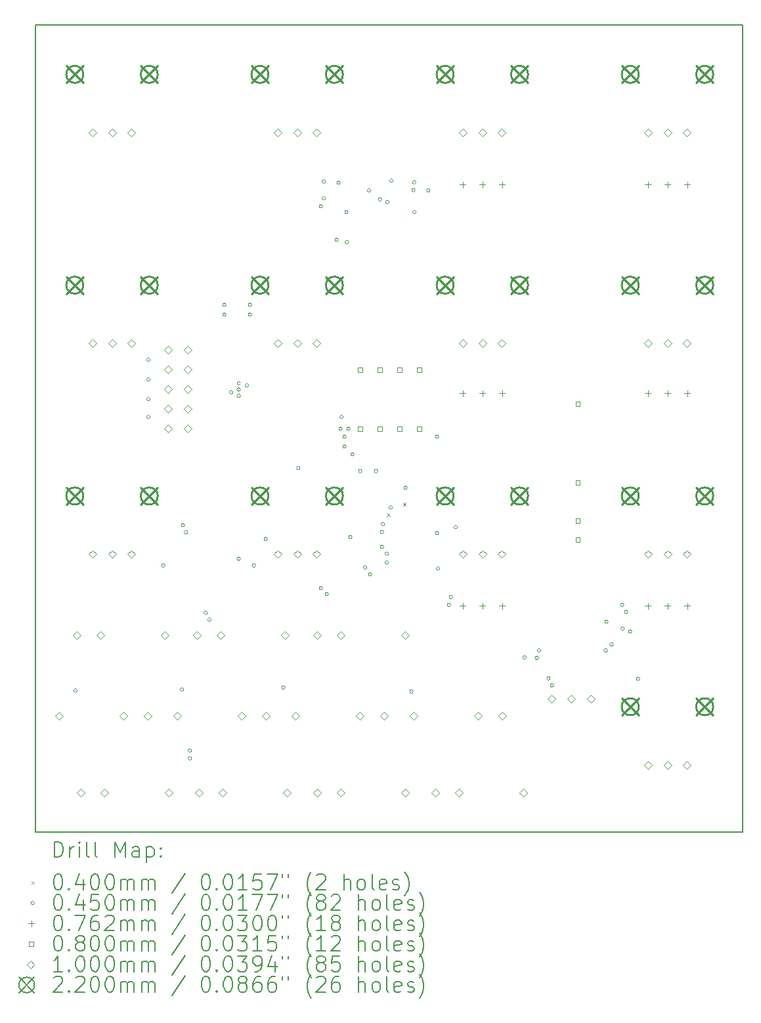
<source format=gbr>
%FSLAX45Y45*%
G04 Gerber Fmt 4.5, Leading zero omitted, Abs format (unit mm)*
G04 Created by KiCad (PCBNEW (6.0.0)) date 2022-02-23 18:41:03*
%MOMM*%
%LPD*%
G01*
G04 APERTURE LIST*
%TA.AperFunction,Profile*%
%ADD10C,0.200000*%
%TD*%
%ADD11C,0.200000*%
%ADD12C,0.040000*%
%ADD13C,0.045000*%
%ADD14C,0.076200*%
%ADD15C,0.080000*%
%ADD16C,0.100000*%
%ADD17C,0.220000*%
G04 APERTURE END LIST*
D10*
X16675600Y-6922000D02*
X16675600Y-17336000D01*
X7557000Y-17336000D02*
X7557000Y-6922000D01*
X7557000Y-6922000D02*
X16675600Y-6922000D01*
X16675600Y-17336000D02*
X7557000Y-17336000D01*
D11*
D12*
X12093760Y-13221520D02*
X12133760Y-13261520D01*
X12133760Y-13221520D02*
X12093760Y-13261520D01*
X12299500Y-13086900D02*
X12339500Y-13126900D01*
X12339500Y-13086900D02*
X12299500Y-13126900D01*
D13*
X8100200Y-15507200D02*
G75*
G03*
X8100200Y-15507200I-22500J0D01*
G01*
X9040000Y-11240000D02*
G75*
G03*
X9040000Y-11240000I-22500J0D01*
G01*
X9040000Y-11494000D02*
G75*
G03*
X9040000Y-11494000I-22500J0D01*
G01*
X9040000Y-11748000D02*
G75*
G03*
X9040000Y-11748000I-22500J0D01*
G01*
X9040000Y-11976600D02*
G75*
G03*
X9040000Y-11976600I-22500J0D01*
G01*
X9230500Y-13894300D02*
G75*
G03*
X9230500Y-13894300I-22500J0D01*
G01*
X9471800Y-15494500D02*
G75*
G03*
X9471800Y-15494500I-22500J0D01*
G01*
X9484500Y-13373600D02*
G75*
G03*
X9484500Y-13373600I-22500J0D01*
G01*
X9525140Y-13465040D02*
G75*
G03*
X9525140Y-13465040I-22500J0D01*
G01*
X9573400Y-16281900D02*
G75*
G03*
X9573400Y-16281900I-22500J0D01*
G01*
X9573400Y-16383500D02*
G75*
G03*
X9573400Y-16383500I-22500J0D01*
G01*
X9776600Y-14503900D02*
G75*
G03*
X9776600Y-14503900I-22500J0D01*
G01*
X9827400Y-14592800D02*
G75*
G03*
X9827400Y-14592800I-22500J0D01*
G01*
X10017900Y-10528800D02*
G75*
G03*
X10017900Y-10528800I-22500J0D01*
G01*
X10017900Y-10655800D02*
G75*
G03*
X10017900Y-10655800I-22500J0D01*
G01*
X10106800Y-11659100D02*
G75*
G03*
X10106800Y-11659100I-22500J0D01*
G01*
X10203580Y-11542520D02*
G75*
G03*
X10203580Y-11542520I-22500J0D01*
G01*
X10203580Y-11623280D02*
G75*
G03*
X10203580Y-11623280I-22500J0D01*
G01*
X10203580Y-11704560D02*
G75*
G03*
X10203580Y-11704560I-22500J0D01*
G01*
X10203580Y-13807680D02*
G75*
G03*
X10203580Y-13807680I-22500J0D01*
G01*
X10310000Y-11570200D02*
G75*
G03*
X10310000Y-11570200I-22500J0D01*
G01*
X10348100Y-10528800D02*
G75*
G03*
X10348100Y-10528800I-22500J0D01*
G01*
X10348100Y-10655800D02*
G75*
G03*
X10348100Y-10655800I-22500J0D01*
G01*
X10398900Y-13894300D02*
G75*
G03*
X10398900Y-13894300I-22500J0D01*
G01*
X10551300Y-13551400D02*
G75*
G03*
X10551300Y-13551400I-22500J0D01*
G01*
X10779900Y-15469100D02*
G75*
G03*
X10779900Y-15469100I-22500J0D01*
G01*
X10972940Y-12637000D02*
G75*
G03*
X10972940Y-12637000I-22500J0D01*
G01*
X11262500Y-9258800D02*
G75*
G03*
X11262500Y-9258800I-22500J0D01*
G01*
X11262500Y-14186400D02*
G75*
G03*
X11262500Y-14186400I-22500J0D01*
G01*
X11300600Y-8941300D02*
G75*
G03*
X11300600Y-8941300I-22500J0D01*
G01*
X11300600Y-9157200D02*
G75*
G03*
X11300600Y-9157200I-22500J0D01*
G01*
X11338700Y-14262600D02*
G75*
G03*
X11338700Y-14262600I-22500J0D01*
G01*
X11465700Y-9690600D02*
G75*
G03*
X11465700Y-9690600I-22500J0D01*
G01*
X11491100Y-8954000D02*
G75*
G03*
X11491100Y-8954000I-22500J0D01*
G01*
X11516500Y-12129000D02*
G75*
G03*
X11516500Y-12129000I-22500J0D01*
G01*
X11529200Y-11976600D02*
G75*
G03*
X11529200Y-11976600I-22500J0D01*
G01*
X11567300Y-12230600D02*
G75*
G03*
X11567300Y-12230600I-22500J0D01*
G01*
X11567300Y-12357600D02*
G75*
G03*
X11567300Y-12357600I-22500J0D01*
G01*
X11592700Y-9335000D02*
G75*
G03*
X11592700Y-9335000I-22500J0D01*
G01*
X11599050Y-9722350D02*
G75*
G03*
X11599050Y-9722350I-22500J0D01*
G01*
X11618100Y-12129000D02*
G75*
G03*
X11618100Y-12129000I-22500J0D01*
G01*
X11643500Y-13526000D02*
G75*
G03*
X11643500Y-13526000I-22500J0D01*
G01*
X11668900Y-12459200D02*
G75*
G03*
X11668900Y-12459200I-22500J0D01*
G01*
X11770500Y-12675100D02*
G75*
G03*
X11770500Y-12675100I-22500J0D01*
G01*
X11834000Y-13919700D02*
G75*
G03*
X11834000Y-13919700I-22500J0D01*
G01*
X11884800Y-9055600D02*
G75*
G03*
X11884800Y-9055600I-22500J0D01*
G01*
X11897500Y-14008600D02*
G75*
G03*
X11897500Y-14008600I-22500J0D01*
G01*
X11973700Y-12675100D02*
G75*
G03*
X11973700Y-12675100I-22500J0D01*
G01*
X12024500Y-9169900D02*
G75*
G03*
X12024500Y-9169900I-22500J0D01*
G01*
X12049900Y-13462500D02*
G75*
G03*
X12049900Y-13462500I-22500J0D01*
G01*
X12049900Y-13653000D02*
G75*
G03*
X12049900Y-13653000I-22500J0D01*
G01*
X12062600Y-13360900D02*
G75*
G03*
X12062600Y-13360900I-22500J0D01*
G01*
X12113400Y-13741900D02*
G75*
G03*
X12113400Y-13741900I-22500J0D01*
G01*
X12113400Y-13856200D02*
G75*
G03*
X12113400Y-13856200I-22500J0D01*
G01*
X12119750Y-9201650D02*
G75*
G03*
X12119750Y-9201650I-22500J0D01*
G01*
X12164200Y-13145000D02*
G75*
G03*
X12164200Y-13145000I-22500J0D01*
G01*
X12171820Y-8928600D02*
G75*
G03*
X12171820Y-8928600I-22500J0D01*
G01*
X12354700Y-12891000D02*
G75*
G03*
X12354700Y-12891000I-22500J0D01*
G01*
X12430900Y-15519900D02*
G75*
G03*
X12430900Y-15519900I-22500J0D01*
G01*
X12456300Y-9050520D02*
G75*
G03*
X12456300Y-9050520I-22500J0D01*
G01*
X12466460Y-8948920D02*
G75*
G03*
X12466460Y-8948920I-22500J0D01*
G01*
X12469000Y-9335000D02*
G75*
G03*
X12469000Y-9335000I-22500J0D01*
G01*
X12649340Y-9055600D02*
G75*
G03*
X12649340Y-9055600I-22500J0D01*
G01*
X12761100Y-12230600D02*
G75*
G03*
X12761100Y-12230600I-22500J0D01*
G01*
X12761100Y-13475200D02*
G75*
G03*
X12761100Y-13475200I-22500J0D01*
G01*
X12773800Y-13932400D02*
G75*
G03*
X12773800Y-13932400I-22500J0D01*
G01*
X12913500Y-14402300D02*
G75*
G03*
X12913500Y-14402300I-22500J0D01*
G01*
X12938900Y-14300700D02*
G75*
G03*
X12938900Y-14300700I-22500J0D01*
G01*
X13002400Y-13399000D02*
G75*
G03*
X13002400Y-13399000I-22500J0D01*
G01*
X13889380Y-15079960D02*
G75*
G03*
X13889380Y-15079960I-22500J0D01*
G01*
X14046340Y-15085560D02*
G75*
G03*
X14046340Y-15085560I-22500J0D01*
G01*
X14076820Y-14989040D02*
G75*
G03*
X14076820Y-14989040I-22500J0D01*
G01*
X14198740Y-15349720D02*
G75*
G03*
X14198740Y-15349720I-22500J0D01*
G01*
X14244460Y-15441160D02*
G75*
G03*
X14244460Y-15441160I-22500J0D01*
G01*
X14935340Y-14989040D02*
G75*
G03*
X14935340Y-14989040I-22500J0D01*
G01*
X14945500Y-14618200D02*
G75*
G03*
X14945500Y-14618200I-22500J0D01*
G01*
X15011540Y-14912840D02*
G75*
G03*
X15011540Y-14912840I-22500J0D01*
G01*
X15148700Y-14402300D02*
G75*
G03*
X15148700Y-14402300I-22500J0D01*
G01*
X15153780Y-14707100D02*
G75*
G03*
X15153780Y-14707100I-22500J0D01*
G01*
X15199500Y-14491200D02*
G75*
G03*
X15199500Y-14491200I-22500J0D01*
G01*
X15250300Y-14745200D02*
G75*
G03*
X15250300Y-14745200I-22500J0D01*
G01*
X15351900Y-15354800D02*
G75*
G03*
X15351900Y-15354800I-22500J0D01*
G01*
D14*
X13068800Y-8941300D02*
X13068800Y-9017500D01*
X13030700Y-8979400D02*
X13106900Y-8979400D01*
X13068800Y-11633700D02*
X13068800Y-11709900D01*
X13030700Y-11671800D02*
X13106900Y-11671800D01*
X13068800Y-14376900D02*
X13068800Y-14453100D01*
X13030700Y-14415000D02*
X13106900Y-14415000D01*
X13322800Y-8941300D02*
X13322800Y-9017500D01*
X13284700Y-8979400D02*
X13360900Y-8979400D01*
X13322800Y-11633700D02*
X13322800Y-11709900D01*
X13284700Y-11671800D02*
X13360900Y-11671800D01*
X13322800Y-14376900D02*
X13322800Y-14453100D01*
X13284700Y-14415000D02*
X13360900Y-14415000D01*
X13576800Y-8941300D02*
X13576800Y-9017500D01*
X13538700Y-8979400D02*
X13614900Y-8979400D01*
X13576800Y-11633700D02*
X13576800Y-11709900D01*
X13538700Y-11671800D02*
X13614900Y-11671800D01*
X13576800Y-14376900D02*
X13576800Y-14453100D01*
X13538700Y-14415000D02*
X13614900Y-14415000D01*
X15456400Y-8941300D02*
X15456400Y-9017500D01*
X15418300Y-8979400D02*
X15494500Y-8979400D01*
X15456400Y-11633700D02*
X15456400Y-11709900D01*
X15418300Y-11671800D02*
X15494500Y-11671800D01*
X15456400Y-14376900D02*
X15456400Y-14453100D01*
X15418300Y-14415000D02*
X15494500Y-14415000D01*
X15710400Y-8941300D02*
X15710400Y-9017500D01*
X15672300Y-8979400D02*
X15748500Y-8979400D01*
X15710400Y-11633700D02*
X15710400Y-11709900D01*
X15672300Y-11671800D02*
X15748500Y-11671800D01*
X15710400Y-14376900D02*
X15710400Y-14453100D01*
X15672300Y-14415000D02*
X15748500Y-14415000D01*
X15964400Y-8941300D02*
X15964400Y-9017500D01*
X15926300Y-8979400D02*
X16002500Y-8979400D01*
X15964400Y-11633700D02*
X15964400Y-11709900D01*
X15926300Y-11671800D02*
X16002500Y-11671800D01*
X15964400Y-14376900D02*
X15964400Y-14453100D01*
X15926300Y-14415000D02*
X16002500Y-14415000D01*
D15*
X11776284Y-11395284D02*
X11776284Y-11338715D01*
X11719715Y-11338715D01*
X11719715Y-11395284D01*
X11776284Y-11395284D01*
X11776284Y-12157284D02*
X11776284Y-12100715D01*
X11719715Y-12100715D01*
X11719715Y-12157284D01*
X11776284Y-12157284D01*
X12030284Y-11395284D02*
X12030284Y-11338715D01*
X11973715Y-11338715D01*
X11973715Y-11395284D01*
X12030284Y-11395284D01*
X12030284Y-12157284D02*
X12030284Y-12100715D01*
X11973715Y-12100715D01*
X11973715Y-12157284D01*
X12030284Y-12157284D01*
X12284284Y-11395284D02*
X12284284Y-11338715D01*
X12227715Y-11338715D01*
X12227715Y-11395284D01*
X12284284Y-11395284D01*
X12284284Y-12157284D02*
X12284284Y-12100715D01*
X12227715Y-12100715D01*
X12227715Y-12157284D01*
X12284284Y-12157284D01*
X12538284Y-11395284D02*
X12538284Y-11338715D01*
X12481715Y-11338715D01*
X12481715Y-11395284D01*
X12538284Y-11395284D01*
X12538284Y-12157284D02*
X12538284Y-12100715D01*
X12481715Y-12100715D01*
X12481715Y-12157284D01*
X12538284Y-12157284D01*
X14582984Y-11839784D02*
X14582984Y-11783215D01*
X14526415Y-11783215D01*
X14526415Y-11839784D01*
X14582984Y-11839784D01*
X14582984Y-12855784D02*
X14582984Y-12799215D01*
X14526415Y-12799215D01*
X14526415Y-12855784D01*
X14582984Y-12855784D01*
X14582984Y-13342384D02*
X14582984Y-13285815D01*
X14526415Y-13285815D01*
X14526415Y-13342384D01*
X14582984Y-13342384D01*
X14582984Y-13592384D02*
X14582984Y-13535815D01*
X14526415Y-13535815D01*
X14526415Y-13592384D01*
X14582984Y-13592384D01*
D16*
X7864800Y-15887400D02*
X7914800Y-15837400D01*
X7864800Y-15787400D01*
X7814800Y-15837400D01*
X7864800Y-15887400D01*
X8090400Y-14846000D02*
X8140400Y-14796000D01*
X8090400Y-14746000D01*
X8040400Y-14796000D01*
X8090400Y-14846000D01*
X8141200Y-16878000D02*
X8191200Y-16828000D01*
X8141200Y-16778000D01*
X8091200Y-16828000D01*
X8141200Y-16878000D01*
X8297600Y-8357000D02*
X8347600Y-8307000D01*
X8297600Y-8257000D01*
X8247600Y-8307000D01*
X8297600Y-8357000D01*
X8297600Y-11076917D02*
X8347600Y-11026917D01*
X8297600Y-10976917D01*
X8247600Y-11026917D01*
X8297600Y-11076917D01*
X8297600Y-13796833D02*
X8347600Y-13746833D01*
X8297600Y-13696833D01*
X8247600Y-13746833D01*
X8297600Y-13796833D01*
X8400400Y-14846000D02*
X8450400Y-14796000D01*
X8400400Y-14746000D01*
X8350400Y-14796000D01*
X8400400Y-14846000D01*
X8451200Y-16878000D02*
X8501200Y-16828000D01*
X8451200Y-16778000D01*
X8401200Y-16828000D01*
X8451200Y-16878000D01*
X8547600Y-8357000D02*
X8597600Y-8307000D01*
X8547600Y-8257000D01*
X8497600Y-8307000D01*
X8547600Y-8357000D01*
X8547600Y-11076917D02*
X8597600Y-11026917D01*
X8547600Y-10976917D01*
X8497600Y-11026917D01*
X8547600Y-11076917D01*
X8547600Y-13796833D02*
X8597600Y-13746833D01*
X8547600Y-13696833D01*
X8497600Y-13746833D01*
X8547600Y-13796833D01*
X8694800Y-15887400D02*
X8744800Y-15837400D01*
X8694800Y-15787400D01*
X8644800Y-15837400D01*
X8694800Y-15887400D01*
X8797600Y-8357000D02*
X8847600Y-8307000D01*
X8797600Y-8257000D01*
X8747600Y-8307000D01*
X8797600Y-8357000D01*
X8797600Y-11076917D02*
X8847600Y-11026917D01*
X8797600Y-10976917D01*
X8747600Y-11026917D01*
X8797600Y-11076917D01*
X8797600Y-13796833D02*
X8847600Y-13746833D01*
X8797600Y-13696833D01*
X8747600Y-13746833D01*
X8797600Y-13796833D01*
X9004800Y-15887400D02*
X9054800Y-15837400D01*
X9004800Y-15787400D01*
X8954800Y-15837400D01*
X9004800Y-15887400D01*
X9230400Y-14846000D02*
X9280400Y-14796000D01*
X9230400Y-14746000D01*
X9180400Y-14796000D01*
X9230400Y-14846000D01*
X9271500Y-11163000D02*
X9321500Y-11113000D01*
X9271500Y-11063000D01*
X9221500Y-11113000D01*
X9271500Y-11163000D01*
X9271500Y-11417000D02*
X9321500Y-11367000D01*
X9271500Y-11317000D01*
X9221500Y-11367000D01*
X9271500Y-11417000D01*
X9271500Y-11671000D02*
X9321500Y-11621000D01*
X9271500Y-11571000D01*
X9221500Y-11621000D01*
X9271500Y-11671000D01*
X9271500Y-11925000D02*
X9321500Y-11875000D01*
X9271500Y-11825000D01*
X9221500Y-11875000D01*
X9271500Y-11925000D01*
X9271500Y-12179000D02*
X9321500Y-12129000D01*
X9271500Y-12079000D01*
X9221500Y-12129000D01*
X9271500Y-12179000D01*
X9281200Y-16878000D02*
X9331200Y-16828000D01*
X9281200Y-16778000D01*
X9231200Y-16828000D01*
X9281200Y-16878000D01*
X9388800Y-15887400D02*
X9438800Y-15837400D01*
X9388800Y-15787400D01*
X9338800Y-15837400D01*
X9388800Y-15887400D01*
X9525500Y-11163000D02*
X9575500Y-11113000D01*
X9525500Y-11063000D01*
X9475500Y-11113000D01*
X9525500Y-11163000D01*
X9525500Y-11417000D02*
X9575500Y-11367000D01*
X9525500Y-11317000D01*
X9475500Y-11367000D01*
X9525500Y-11417000D01*
X9525500Y-11671000D02*
X9575500Y-11621000D01*
X9525500Y-11571000D01*
X9475500Y-11621000D01*
X9525500Y-11671000D01*
X9525500Y-11925000D02*
X9575500Y-11875000D01*
X9525500Y-11825000D01*
X9475500Y-11875000D01*
X9525500Y-11925000D01*
X9525500Y-12179000D02*
X9575500Y-12129000D01*
X9525500Y-12079000D01*
X9475500Y-12129000D01*
X9525500Y-12179000D01*
X9639800Y-14846000D02*
X9689800Y-14796000D01*
X9639800Y-14746000D01*
X9589800Y-14796000D01*
X9639800Y-14846000D01*
X9665200Y-16878000D02*
X9715200Y-16828000D01*
X9665200Y-16778000D01*
X9615200Y-16828000D01*
X9665200Y-16878000D01*
X9949800Y-14846000D02*
X9999800Y-14796000D01*
X9949800Y-14746000D01*
X9899800Y-14796000D01*
X9949800Y-14846000D01*
X9975200Y-16878000D02*
X10025200Y-16828000D01*
X9975200Y-16778000D01*
X9925200Y-16828000D01*
X9975200Y-16878000D01*
X10218800Y-15887400D02*
X10268800Y-15837400D01*
X10218800Y-15787400D01*
X10168800Y-15837400D01*
X10218800Y-15887400D01*
X10528800Y-15887400D02*
X10578800Y-15837400D01*
X10528800Y-15787400D01*
X10478800Y-15837400D01*
X10528800Y-15887400D01*
X10685200Y-8357000D02*
X10735200Y-8307000D01*
X10685200Y-8257000D01*
X10635200Y-8307000D01*
X10685200Y-8357000D01*
X10685200Y-11076917D02*
X10735200Y-11026917D01*
X10685200Y-10976917D01*
X10635200Y-11026917D01*
X10685200Y-11076917D01*
X10685200Y-13796833D02*
X10735200Y-13746833D01*
X10685200Y-13696833D01*
X10635200Y-13746833D01*
X10685200Y-13796833D01*
X10779800Y-14846000D02*
X10829800Y-14796000D01*
X10779800Y-14746000D01*
X10729800Y-14796000D01*
X10779800Y-14846000D01*
X10805200Y-16878000D02*
X10855200Y-16828000D01*
X10805200Y-16778000D01*
X10755200Y-16828000D01*
X10805200Y-16878000D01*
X10912800Y-15887400D02*
X10962800Y-15837400D01*
X10912800Y-15787400D01*
X10862800Y-15837400D01*
X10912800Y-15887400D01*
X10935200Y-8357000D02*
X10985200Y-8307000D01*
X10935200Y-8257000D01*
X10885200Y-8307000D01*
X10935200Y-8357000D01*
X10935200Y-11076917D02*
X10985200Y-11026917D01*
X10935200Y-10976917D01*
X10885200Y-11026917D01*
X10935200Y-11076917D01*
X10935200Y-13796833D02*
X10985200Y-13746833D01*
X10935200Y-13696833D01*
X10885200Y-13746833D01*
X10935200Y-13796833D01*
X11185200Y-8357000D02*
X11235200Y-8307000D01*
X11185200Y-8257000D01*
X11135200Y-8307000D01*
X11185200Y-8357000D01*
X11185200Y-11076917D02*
X11235200Y-11026917D01*
X11185200Y-10976917D01*
X11135200Y-11026917D01*
X11185200Y-11076917D01*
X11185200Y-13796833D02*
X11235200Y-13746833D01*
X11185200Y-13696833D01*
X11135200Y-13746833D01*
X11185200Y-13796833D01*
X11189200Y-14846000D02*
X11239200Y-14796000D01*
X11189200Y-14746000D01*
X11139200Y-14796000D01*
X11189200Y-14846000D01*
X11189200Y-16878000D02*
X11239200Y-16828000D01*
X11189200Y-16778000D01*
X11139200Y-16828000D01*
X11189200Y-16878000D01*
X11499200Y-14846000D02*
X11549200Y-14796000D01*
X11499200Y-14746000D01*
X11449200Y-14796000D01*
X11499200Y-14846000D01*
X11499200Y-16878000D02*
X11549200Y-16828000D01*
X11499200Y-16778000D01*
X11449200Y-16828000D01*
X11499200Y-16878000D01*
X11742800Y-15887400D02*
X11792800Y-15837400D01*
X11742800Y-15787400D01*
X11692800Y-15837400D01*
X11742800Y-15887400D01*
X12052800Y-15887400D02*
X12102800Y-15837400D01*
X12052800Y-15787400D01*
X12002800Y-15837400D01*
X12052800Y-15887400D01*
X12329200Y-14846000D02*
X12379200Y-14796000D01*
X12329200Y-14746000D01*
X12279200Y-14796000D01*
X12329200Y-14846000D01*
X12329200Y-16878000D02*
X12379200Y-16828000D01*
X12329200Y-16778000D01*
X12279200Y-16828000D01*
X12329200Y-16878000D01*
X12436800Y-15887400D02*
X12486800Y-15837400D01*
X12436800Y-15787400D01*
X12386800Y-15837400D01*
X12436800Y-15887400D01*
X12713200Y-16878000D02*
X12763200Y-16828000D01*
X12713200Y-16778000D01*
X12663200Y-16828000D01*
X12713200Y-16878000D01*
X13023200Y-16878000D02*
X13073200Y-16828000D01*
X13023200Y-16778000D01*
X12973200Y-16828000D01*
X13023200Y-16878000D01*
X13072800Y-8357000D02*
X13122800Y-8307000D01*
X13072800Y-8257000D01*
X13022800Y-8307000D01*
X13072800Y-8357000D01*
X13072800Y-11076917D02*
X13122800Y-11026917D01*
X13072800Y-10976917D01*
X13022800Y-11026917D01*
X13072800Y-11076917D01*
X13072800Y-13796833D02*
X13122800Y-13746833D01*
X13072800Y-13696833D01*
X13022800Y-13746833D01*
X13072800Y-13796833D01*
X13266800Y-15887400D02*
X13316800Y-15837400D01*
X13266800Y-15787400D01*
X13216800Y-15837400D01*
X13266800Y-15887400D01*
X13322800Y-8357000D02*
X13372800Y-8307000D01*
X13322800Y-8257000D01*
X13272800Y-8307000D01*
X13322800Y-8357000D01*
X13322800Y-11076917D02*
X13372800Y-11026917D01*
X13322800Y-10976917D01*
X13272800Y-11026917D01*
X13322800Y-11076917D01*
X13322800Y-13796833D02*
X13372800Y-13746833D01*
X13322800Y-13696833D01*
X13272800Y-13746833D01*
X13322800Y-13796833D01*
X13572800Y-8357000D02*
X13622800Y-8307000D01*
X13572800Y-8257000D01*
X13522800Y-8307000D01*
X13572800Y-8357000D01*
X13572800Y-11076917D02*
X13622800Y-11026917D01*
X13572800Y-10976917D01*
X13522800Y-11026917D01*
X13572800Y-11076917D01*
X13572800Y-13796833D02*
X13622800Y-13746833D01*
X13572800Y-13696833D01*
X13522800Y-13746833D01*
X13572800Y-13796833D01*
X13576800Y-15887400D02*
X13626800Y-15837400D01*
X13576800Y-15787400D01*
X13526800Y-15837400D01*
X13576800Y-15887400D01*
X13853200Y-16878000D02*
X13903200Y-16828000D01*
X13853200Y-16778000D01*
X13803200Y-16828000D01*
X13853200Y-16878000D01*
X14216880Y-15663880D02*
X14266880Y-15613880D01*
X14216880Y-15563880D01*
X14166880Y-15613880D01*
X14216880Y-15663880D01*
X14470880Y-15663880D02*
X14520880Y-15613880D01*
X14470880Y-15563880D01*
X14420880Y-15613880D01*
X14470880Y-15663880D01*
X14724880Y-15663880D02*
X14774880Y-15613880D01*
X14724880Y-15563880D01*
X14674880Y-15613880D01*
X14724880Y-15663880D01*
X15460400Y-8357000D02*
X15510400Y-8307000D01*
X15460400Y-8257000D01*
X15410400Y-8307000D01*
X15460400Y-8357000D01*
X15460400Y-11076917D02*
X15510400Y-11026917D01*
X15460400Y-10976917D01*
X15410400Y-11026917D01*
X15460400Y-11076917D01*
X15460400Y-13796833D02*
X15510400Y-13746833D01*
X15460400Y-13696833D01*
X15410400Y-13746833D01*
X15460400Y-13796833D01*
X15460400Y-16516500D02*
X15510400Y-16466500D01*
X15460400Y-16416500D01*
X15410400Y-16466500D01*
X15460400Y-16516500D01*
X15710400Y-8357000D02*
X15760400Y-8307000D01*
X15710400Y-8257000D01*
X15660400Y-8307000D01*
X15710400Y-8357000D01*
X15710400Y-11076917D02*
X15760400Y-11026917D01*
X15710400Y-10976917D01*
X15660400Y-11026917D01*
X15710400Y-11076917D01*
X15710400Y-13796833D02*
X15760400Y-13746833D01*
X15710400Y-13696833D01*
X15660400Y-13746833D01*
X15710400Y-13796833D01*
X15710400Y-16516500D02*
X15760400Y-16466500D01*
X15710400Y-16416500D01*
X15660400Y-16466500D01*
X15710400Y-16516500D01*
X15960400Y-8357000D02*
X16010400Y-8307000D01*
X15960400Y-8257000D01*
X15910400Y-8307000D01*
X15960400Y-8357000D01*
X15960400Y-11076917D02*
X16010400Y-11026917D01*
X15960400Y-10976917D01*
X15910400Y-11026917D01*
X15960400Y-11076917D01*
X15960400Y-13796833D02*
X16010400Y-13746833D01*
X15960400Y-13696833D01*
X15910400Y-13746833D01*
X15960400Y-13796833D01*
X15960400Y-16516500D02*
X16010400Y-16466500D01*
X15960400Y-16416500D01*
X15910400Y-16466500D01*
X15960400Y-16516500D01*
D17*
X7957600Y-7447000D02*
X8177600Y-7667000D01*
X8177600Y-7447000D02*
X7957600Y-7667000D01*
X8177600Y-7557000D02*
G75*
G03*
X8177600Y-7557000I-110000J0D01*
G01*
X7957600Y-10166917D02*
X8177600Y-10386917D01*
X8177600Y-10166917D02*
X7957600Y-10386917D01*
X8177600Y-10276917D02*
G75*
G03*
X8177600Y-10276917I-110000J0D01*
G01*
X7957600Y-12886833D02*
X8177600Y-13106833D01*
X8177600Y-12886833D02*
X7957600Y-13106833D01*
X8177600Y-12996833D02*
G75*
G03*
X8177600Y-12996833I-110000J0D01*
G01*
X8917600Y-7447000D02*
X9137600Y-7667000D01*
X9137600Y-7447000D02*
X8917600Y-7667000D01*
X9137600Y-7557000D02*
G75*
G03*
X9137600Y-7557000I-110000J0D01*
G01*
X8917600Y-10166917D02*
X9137600Y-10386917D01*
X9137600Y-10166917D02*
X8917600Y-10386917D01*
X9137600Y-10276917D02*
G75*
G03*
X9137600Y-10276917I-110000J0D01*
G01*
X8917600Y-12886833D02*
X9137600Y-13106833D01*
X9137600Y-12886833D02*
X8917600Y-13106833D01*
X9137600Y-12996833D02*
G75*
G03*
X9137600Y-12996833I-110000J0D01*
G01*
X10345200Y-7447000D02*
X10565200Y-7667000D01*
X10565200Y-7447000D02*
X10345200Y-7667000D01*
X10565200Y-7557000D02*
G75*
G03*
X10565200Y-7557000I-110000J0D01*
G01*
X10345200Y-10166917D02*
X10565200Y-10386917D01*
X10565200Y-10166917D02*
X10345200Y-10386917D01*
X10565200Y-10276917D02*
G75*
G03*
X10565200Y-10276917I-110000J0D01*
G01*
X10345200Y-12886833D02*
X10565200Y-13106833D01*
X10565200Y-12886833D02*
X10345200Y-13106833D01*
X10565200Y-12996833D02*
G75*
G03*
X10565200Y-12996833I-110000J0D01*
G01*
X11305200Y-7447000D02*
X11525200Y-7667000D01*
X11525200Y-7447000D02*
X11305200Y-7667000D01*
X11525200Y-7557000D02*
G75*
G03*
X11525200Y-7557000I-110000J0D01*
G01*
X11305200Y-10166917D02*
X11525200Y-10386917D01*
X11525200Y-10166917D02*
X11305200Y-10386917D01*
X11525200Y-10276917D02*
G75*
G03*
X11525200Y-10276917I-110000J0D01*
G01*
X11305200Y-12886833D02*
X11525200Y-13106833D01*
X11525200Y-12886833D02*
X11305200Y-13106833D01*
X11525200Y-12996833D02*
G75*
G03*
X11525200Y-12996833I-110000J0D01*
G01*
X12732800Y-7447000D02*
X12952800Y-7667000D01*
X12952800Y-7447000D02*
X12732800Y-7667000D01*
X12952800Y-7557000D02*
G75*
G03*
X12952800Y-7557000I-110000J0D01*
G01*
X12732800Y-10166917D02*
X12952800Y-10386917D01*
X12952800Y-10166917D02*
X12732800Y-10386917D01*
X12952800Y-10276917D02*
G75*
G03*
X12952800Y-10276917I-110000J0D01*
G01*
X12732800Y-12886833D02*
X12952800Y-13106833D01*
X12952800Y-12886833D02*
X12732800Y-13106833D01*
X12952800Y-12996833D02*
G75*
G03*
X12952800Y-12996833I-110000J0D01*
G01*
X13692800Y-7447000D02*
X13912800Y-7667000D01*
X13912800Y-7447000D02*
X13692800Y-7667000D01*
X13912800Y-7557000D02*
G75*
G03*
X13912800Y-7557000I-110000J0D01*
G01*
X13692800Y-10166917D02*
X13912800Y-10386917D01*
X13912800Y-10166917D02*
X13692800Y-10386917D01*
X13912800Y-10276917D02*
G75*
G03*
X13912800Y-10276917I-110000J0D01*
G01*
X13692800Y-12886833D02*
X13912800Y-13106833D01*
X13912800Y-12886833D02*
X13692800Y-13106833D01*
X13912800Y-12996833D02*
G75*
G03*
X13912800Y-12996833I-110000J0D01*
G01*
X15120400Y-7447000D02*
X15340400Y-7667000D01*
X15340400Y-7447000D02*
X15120400Y-7667000D01*
X15340400Y-7557000D02*
G75*
G03*
X15340400Y-7557000I-110000J0D01*
G01*
X15120400Y-10166917D02*
X15340400Y-10386917D01*
X15340400Y-10166917D02*
X15120400Y-10386917D01*
X15340400Y-10276917D02*
G75*
G03*
X15340400Y-10276917I-110000J0D01*
G01*
X15120400Y-12886833D02*
X15340400Y-13106833D01*
X15340400Y-12886833D02*
X15120400Y-13106833D01*
X15340400Y-12996833D02*
G75*
G03*
X15340400Y-12996833I-110000J0D01*
G01*
X15120400Y-15606500D02*
X15340400Y-15826500D01*
X15340400Y-15606500D02*
X15120400Y-15826500D01*
X15340400Y-15716500D02*
G75*
G03*
X15340400Y-15716500I-110000J0D01*
G01*
X16080400Y-7447000D02*
X16300400Y-7667000D01*
X16300400Y-7447000D02*
X16080400Y-7667000D01*
X16300400Y-7557000D02*
G75*
G03*
X16300400Y-7557000I-110000J0D01*
G01*
X16080400Y-10166917D02*
X16300400Y-10386917D01*
X16300400Y-10166917D02*
X16080400Y-10386917D01*
X16300400Y-10276917D02*
G75*
G03*
X16300400Y-10276917I-110000J0D01*
G01*
X16080400Y-12886833D02*
X16300400Y-13106833D01*
X16300400Y-12886833D02*
X16080400Y-13106833D01*
X16300400Y-12996833D02*
G75*
G03*
X16300400Y-12996833I-110000J0D01*
G01*
X16080400Y-15606500D02*
X16300400Y-15826500D01*
X16300400Y-15606500D02*
X16080400Y-15826500D01*
X16300400Y-15716500D02*
G75*
G03*
X16300400Y-15716500I-110000J0D01*
G01*
D11*
X7804619Y-17656476D02*
X7804619Y-17456476D01*
X7852238Y-17456476D01*
X7880809Y-17466000D01*
X7899857Y-17485048D01*
X7909381Y-17504095D01*
X7918905Y-17542190D01*
X7918905Y-17570762D01*
X7909381Y-17608857D01*
X7899857Y-17627905D01*
X7880809Y-17646952D01*
X7852238Y-17656476D01*
X7804619Y-17656476D01*
X8004619Y-17656476D02*
X8004619Y-17523143D01*
X8004619Y-17561238D02*
X8014143Y-17542190D01*
X8023667Y-17532667D01*
X8042714Y-17523143D01*
X8061762Y-17523143D01*
X8128428Y-17656476D02*
X8128428Y-17523143D01*
X8128428Y-17456476D02*
X8118905Y-17466000D01*
X8128428Y-17475524D01*
X8137952Y-17466000D01*
X8128428Y-17456476D01*
X8128428Y-17475524D01*
X8252238Y-17656476D02*
X8233190Y-17646952D01*
X8223667Y-17627905D01*
X8223667Y-17456476D01*
X8357000Y-17656476D02*
X8337952Y-17646952D01*
X8328428Y-17627905D01*
X8328428Y-17456476D01*
X8585571Y-17656476D02*
X8585571Y-17456476D01*
X8652238Y-17599333D01*
X8718905Y-17456476D01*
X8718905Y-17656476D01*
X8899857Y-17656476D02*
X8899857Y-17551714D01*
X8890333Y-17532667D01*
X8871286Y-17523143D01*
X8833190Y-17523143D01*
X8814143Y-17532667D01*
X8899857Y-17646952D02*
X8880810Y-17656476D01*
X8833190Y-17656476D01*
X8814143Y-17646952D01*
X8804619Y-17627905D01*
X8804619Y-17608857D01*
X8814143Y-17589810D01*
X8833190Y-17580286D01*
X8880810Y-17580286D01*
X8899857Y-17570762D01*
X8995095Y-17523143D02*
X8995095Y-17723143D01*
X8995095Y-17532667D02*
X9014143Y-17523143D01*
X9052238Y-17523143D01*
X9071286Y-17532667D01*
X9080810Y-17542190D01*
X9090333Y-17561238D01*
X9090333Y-17618381D01*
X9080810Y-17637429D01*
X9071286Y-17646952D01*
X9052238Y-17656476D01*
X9014143Y-17656476D01*
X8995095Y-17646952D01*
X9176048Y-17637429D02*
X9185571Y-17646952D01*
X9176048Y-17656476D01*
X9166524Y-17646952D01*
X9176048Y-17637429D01*
X9176048Y-17656476D01*
X9176048Y-17532667D02*
X9185571Y-17542190D01*
X9176048Y-17551714D01*
X9166524Y-17542190D01*
X9176048Y-17532667D01*
X9176048Y-17551714D01*
D12*
X7507000Y-17966000D02*
X7547000Y-18006000D01*
X7547000Y-17966000D02*
X7507000Y-18006000D01*
D11*
X7842714Y-17876476D02*
X7861762Y-17876476D01*
X7880809Y-17886000D01*
X7890333Y-17895524D01*
X7899857Y-17914571D01*
X7909381Y-17952667D01*
X7909381Y-18000286D01*
X7899857Y-18038381D01*
X7890333Y-18057429D01*
X7880809Y-18066952D01*
X7861762Y-18076476D01*
X7842714Y-18076476D01*
X7823667Y-18066952D01*
X7814143Y-18057429D01*
X7804619Y-18038381D01*
X7795095Y-18000286D01*
X7795095Y-17952667D01*
X7804619Y-17914571D01*
X7814143Y-17895524D01*
X7823667Y-17886000D01*
X7842714Y-17876476D01*
X7995095Y-18057429D02*
X8004619Y-18066952D01*
X7995095Y-18076476D01*
X7985571Y-18066952D01*
X7995095Y-18057429D01*
X7995095Y-18076476D01*
X8176048Y-17943143D02*
X8176048Y-18076476D01*
X8128428Y-17866952D02*
X8080809Y-18009810D01*
X8204619Y-18009810D01*
X8318905Y-17876476D02*
X8337952Y-17876476D01*
X8357000Y-17886000D01*
X8366524Y-17895524D01*
X8376048Y-17914571D01*
X8385571Y-17952667D01*
X8385571Y-18000286D01*
X8376048Y-18038381D01*
X8366524Y-18057429D01*
X8357000Y-18066952D01*
X8337952Y-18076476D01*
X8318905Y-18076476D01*
X8299857Y-18066952D01*
X8290333Y-18057429D01*
X8280809Y-18038381D01*
X8271286Y-18000286D01*
X8271286Y-17952667D01*
X8280809Y-17914571D01*
X8290333Y-17895524D01*
X8299857Y-17886000D01*
X8318905Y-17876476D01*
X8509381Y-17876476D02*
X8528429Y-17876476D01*
X8547476Y-17886000D01*
X8557000Y-17895524D01*
X8566524Y-17914571D01*
X8576048Y-17952667D01*
X8576048Y-18000286D01*
X8566524Y-18038381D01*
X8557000Y-18057429D01*
X8547476Y-18066952D01*
X8528429Y-18076476D01*
X8509381Y-18076476D01*
X8490333Y-18066952D01*
X8480810Y-18057429D01*
X8471286Y-18038381D01*
X8461762Y-18000286D01*
X8461762Y-17952667D01*
X8471286Y-17914571D01*
X8480810Y-17895524D01*
X8490333Y-17886000D01*
X8509381Y-17876476D01*
X8661762Y-18076476D02*
X8661762Y-17943143D01*
X8661762Y-17962190D02*
X8671286Y-17952667D01*
X8690333Y-17943143D01*
X8718905Y-17943143D01*
X8737952Y-17952667D01*
X8747476Y-17971714D01*
X8747476Y-18076476D01*
X8747476Y-17971714D02*
X8757000Y-17952667D01*
X8776048Y-17943143D01*
X8804619Y-17943143D01*
X8823667Y-17952667D01*
X8833190Y-17971714D01*
X8833190Y-18076476D01*
X8928429Y-18076476D02*
X8928429Y-17943143D01*
X8928429Y-17962190D02*
X8937952Y-17952667D01*
X8957000Y-17943143D01*
X8985571Y-17943143D01*
X9004619Y-17952667D01*
X9014143Y-17971714D01*
X9014143Y-18076476D01*
X9014143Y-17971714D02*
X9023667Y-17952667D01*
X9042714Y-17943143D01*
X9071286Y-17943143D01*
X9090333Y-17952667D01*
X9099857Y-17971714D01*
X9099857Y-18076476D01*
X9490333Y-17866952D02*
X9318905Y-18124095D01*
X9747476Y-17876476D02*
X9766524Y-17876476D01*
X9785571Y-17886000D01*
X9795095Y-17895524D01*
X9804619Y-17914571D01*
X9814143Y-17952667D01*
X9814143Y-18000286D01*
X9804619Y-18038381D01*
X9795095Y-18057429D01*
X9785571Y-18066952D01*
X9766524Y-18076476D01*
X9747476Y-18076476D01*
X9728429Y-18066952D01*
X9718905Y-18057429D01*
X9709381Y-18038381D01*
X9699857Y-18000286D01*
X9699857Y-17952667D01*
X9709381Y-17914571D01*
X9718905Y-17895524D01*
X9728429Y-17886000D01*
X9747476Y-17876476D01*
X9899857Y-18057429D02*
X9909381Y-18066952D01*
X9899857Y-18076476D01*
X9890333Y-18066952D01*
X9899857Y-18057429D01*
X9899857Y-18076476D01*
X10033190Y-17876476D02*
X10052238Y-17876476D01*
X10071286Y-17886000D01*
X10080810Y-17895524D01*
X10090333Y-17914571D01*
X10099857Y-17952667D01*
X10099857Y-18000286D01*
X10090333Y-18038381D01*
X10080810Y-18057429D01*
X10071286Y-18066952D01*
X10052238Y-18076476D01*
X10033190Y-18076476D01*
X10014143Y-18066952D01*
X10004619Y-18057429D01*
X9995095Y-18038381D01*
X9985571Y-18000286D01*
X9985571Y-17952667D01*
X9995095Y-17914571D01*
X10004619Y-17895524D01*
X10014143Y-17886000D01*
X10033190Y-17876476D01*
X10290333Y-18076476D02*
X10176048Y-18076476D01*
X10233190Y-18076476D02*
X10233190Y-17876476D01*
X10214143Y-17905048D01*
X10195095Y-17924095D01*
X10176048Y-17933619D01*
X10471286Y-17876476D02*
X10376048Y-17876476D01*
X10366524Y-17971714D01*
X10376048Y-17962190D01*
X10395095Y-17952667D01*
X10442714Y-17952667D01*
X10461762Y-17962190D01*
X10471286Y-17971714D01*
X10480810Y-17990762D01*
X10480810Y-18038381D01*
X10471286Y-18057429D01*
X10461762Y-18066952D01*
X10442714Y-18076476D01*
X10395095Y-18076476D01*
X10376048Y-18066952D01*
X10366524Y-18057429D01*
X10547476Y-17876476D02*
X10680810Y-17876476D01*
X10595095Y-18076476D01*
X10747476Y-17876476D02*
X10747476Y-17914571D01*
X10823667Y-17876476D02*
X10823667Y-17914571D01*
X11118905Y-18152667D02*
X11109381Y-18143143D01*
X11090333Y-18114571D01*
X11080810Y-18095524D01*
X11071286Y-18066952D01*
X11061762Y-18019333D01*
X11061762Y-17981238D01*
X11071286Y-17933619D01*
X11080810Y-17905048D01*
X11090333Y-17886000D01*
X11109381Y-17857429D01*
X11118905Y-17847905D01*
X11185571Y-17895524D02*
X11195095Y-17886000D01*
X11214143Y-17876476D01*
X11261762Y-17876476D01*
X11280809Y-17886000D01*
X11290333Y-17895524D01*
X11299857Y-17914571D01*
X11299857Y-17933619D01*
X11290333Y-17962190D01*
X11176048Y-18076476D01*
X11299857Y-18076476D01*
X11537952Y-18076476D02*
X11537952Y-17876476D01*
X11623667Y-18076476D02*
X11623667Y-17971714D01*
X11614143Y-17952667D01*
X11595095Y-17943143D01*
X11566524Y-17943143D01*
X11547476Y-17952667D01*
X11537952Y-17962190D01*
X11747476Y-18076476D02*
X11728428Y-18066952D01*
X11718905Y-18057429D01*
X11709381Y-18038381D01*
X11709381Y-17981238D01*
X11718905Y-17962190D01*
X11728428Y-17952667D01*
X11747476Y-17943143D01*
X11776048Y-17943143D01*
X11795095Y-17952667D01*
X11804619Y-17962190D01*
X11814143Y-17981238D01*
X11814143Y-18038381D01*
X11804619Y-18057429D01*
X11795095Y-18066952D01*
X11776048Y-18076476D01*
X11747476Y-18076476D01*
X11928428Y-18076476D02*
X11909381Y-18066952D01*
X11899857Y-18047905D01*
X11899857Y-17876476D01*
X12080809Y-18066952D02*
X12061762Y-18076476D01*
X12023667Y-18076476D01*
X12004619Y-18066952D01*
X11995095Y-18047905D01*
X11995095Y-17971714D01*
X12004619Y-17952667D01*
X12023667Y-17943143D01*
X12061762Y-17943143D01*
X12080809Y-17952667D01*
X12090333Y-17971714D01*
X12090333Y-17990762D01*
X11995095Y-18009810D01*
X12166524Y-18066952D02*
X12185571Y-18076476D01*
X12223667Y-18076476D01*
X12242714Y-18066952D01*
X12252238Y-18047905D01*
X12252238Y-18038381D01*
X12242714Y-18019333D01*
X12223667Y-18009810D01*
X12195095Y-18009810D01*
X12176048Y-18000286D01*
X12166524Y-17981238D01*
X12166524Y-17971714D01*
X12176048Y-17952667D01*
X12195095Y-17943143D01*
X12223667Y-17943143D01*
X12242714Y-17952667D01*
X12318905Y-18152667D02*
X12328428Y-18143143D01*
X12347476Y-18114571D01*
X12357000Y-18095524D01*
X12366524Y-18066952D01*
X12376048Y-18019333D01*
X12376048Y-17981238D01*
X12366524Y-17933619D01*
X12357000Y-17905048D01*
X12347476Y-17886000D01*
X12328428Y-17857429D01*
X12318905Y-17847905D01*
D13*
X7547000Y-18250000D02*
G75*
G03*
X7547000Y-18250000I-22500J0D01*
G01*
D11*
X7842714Y-18140476D02*
X7861762Y-18140476D01*
X7880809Y-18150000D01*
X7890333Y-18159524D01*
X7899857Y-18178571D01*
X7909381Y-18216667D01*
X7909381Y-18264286D01*
X7899857Y-18302381D01*
X7890333Y-18321429D01*
X7880809Y-18330952D01*
X7861762Y-18340476D01*
X7842714Y-18340476D01*
X7823667Y-18330952D01*
X7814143Y-18321429D01*
X7804619Y-18302381D01*
X7795095Y-18264286D01*
X7795095Y-18216667D01*
X7804619Y-18178571D01*
X7814143Y-18159524D01*
X7823667Y-18150000D01*
X7842714Y-18140476D01*
X7995095Y-18321429D02*
X8004619Y-18330952D01*
X7995095Y-18340476D01*
X7985571Y-18330952D01*
X7995095Y-18321429D01*
X7995095Y-18340476D01*
X8176048Y-18207143D02*
X8176048Y-18340476D01*
X8128428Y-18130952D02*
X8080809Y-18273810D01*
X8204619Y-18273810D01*
X8376048Y-18140476D02*
X8280809Y-18140476D01*
X8271286Y-18235714D01*
X8280809Y-18226190D01*
X8299857Y-18216667D01*
X8347476Y-18216667D01*
X8366524Y-18226190D01*
X8376048Y-18235714D01*
X8385571Y-18254762D01*
X8385571Y-18302381D01*
X8376048Y-18321429D01*
X8366524Y-18330952D01*
X8347476Y-18340476D01*
X8299857Y-18340476D01*
X8280809Y-18330952D01*
X8271286Y-18321429D01*
X8509381Y-18140476D02*
X8528429Y-18140476D01*
X8547476Y-18150000D01*
X8557000Y-18159524D01*
X8566524Y-18178571D01*
X8576048Y-18216667D01*
X8576048Y-18264286D01*
X8566524Y-18302381D01*
X8557000Y-18321429D01*
X8547476Y-18330952D01*
X8528429Y-18340476D01*
X8509381Y-18340476D01*
X8490333Y-18330952D01*
X8480810Y-18321429D01*
X8471286Y-18302381D01*
X8461762Y-18264286D01*
X8461762Y-18216667D01*
X8471286Y-18178571D01*
X8480810Y-18159524D01*
X8490333Y-18150000D01*
X8509381Y-18140476D01*
X8661762Y-18340476D02*
X8661762Y-18207143D01*
X8661762Y-18226190D02*
X8671286Y-18216667D01*
X8690333Y-18207143D01*
X8718905Y-18207143D01*
X8737952Y-18216667D01*
X8747476Y-18235714D01*
X8747476Y-18340476D01*
X8747476Y-18235714D02*
X8757000Y-18216667D01*
X8776048Y-18207143D01*
X8804619Y-18207143D01*
X8823667Y-18216667D01*
X8833190Y-18235714D01*
X8833190Y-18340476D01*
X8928429Y-18340476D02*
X8928429Y-18207143D01*
X8928429Y-18226190D02*
X8937952Y-18216667D01*
X8957000Y-18207143D01*
X8985571Y-18207143D01*
X9004619Y-18216667D01*
X9014143Y-18235714D01*
X9014143Y-18340476D01*
X9014143Y-18235714D02*
X9023667Y-18216667D01*
X9042714Y-18207143D01*
X9071286Y-18207143D01*
X9090333Y-18216667D01*
X9099857Y-18235714D01*
X9099857Y-18340476D01*
X9490333Y-18130952D02*
X9318905Y-18388095D01*
X9747476Y-18140476D02*
X9766524Y-18140476D01*
X9785571Y-18150000D01*
X9795095Y-18159524D01*
X9804619Y-18178571D01*
X9814143Y-18216667D01*
X9814143Y-18264286D01*
X9804619Y-18302381D01*
X9795095Y-18321429D01*
X9785571Y-18330952D01*
X9766524Y-18340476D01*
X9747476Y-18340476D01*
X9728429Y-18330952D01*
X9718905Y-18321429D01*
X9709381Y-18302381D01*
X9699857Y-18264286D01*
X9699857Y-18216667D01*
X9709381Y-18178571D01*
X9718905Y-18159524D01*
X9728429Y-18150000D01*
X9747476Y-18140476D01*
X9899857Y-18321429D02*
X9909381Y-18330952D01*
X9899857Y-18340476D01*
X9890333Y-18330952D01*
X9899857Y-18321429D01*
X9899857Y-18340476D01*
X10033190Y-18140476D02*
X10052238Y-18140476D01*
X10071286Y-18150000D01*
X10080810Y-18159524D01*
X10090333Y-18178571D01*
X10099857Y-18216667D01*
X10099857Y-18264286D01*
X10090333Y-18302381D01*
X10080810Y-18321429D01*
X10071286Y-18330952D01*
X10052238Y-18340476D01*
X10033190Y-18340476D01*
X10014143Y-18330952D01*
X10004619Y-18321429D01*
X9995095Y-18302381D01*
X9985571Y-18264286D01*
X9985571Y-18216667D01*
X9995095Y-18178571D01*
X10004619Y-18159524D01*
X10014143Y-18150000D01*
X10033190Y-18140476D01*
X10290333Y-18340476D02*
X10176048Y-18340476D01*
X10233190Y-18340476D02*
X10233190Y-18140476D01*
X10214143Y-18169048D01*
X10195095Y-18188095D01*
X10176048Y-18197619D01*
X10357000Y-18140476D02*
X10490333Y-18140476D01*
X10404619Y-18340476D01*
X10547476Y-18140476D02*
X10680810Y-18140476D01*
X10595095Y-18340476D01*
X10747476Y-18140476D02*
X10747476Y-18178571D01*
X10823667Y-18140476D02*
X10823667Y-18178571D01*
X11118905Y-18416667D02*
X11109381Y-18407143D01*
X11090333Y-18378571D01*
X11080810Y-18359524D01*
X11071286Y-18330952D01*
X11061762Y-18283333D01*
X11061762Y-18245238D01*
X11071286Y-18197619D01*
X11080810Y-18169048D01*
X11090333Y-18150000D01*
X11109381Y-18121429D01*
X11118905Y-18111905D01*
X11223667Y-18226190D02*
X11204619Y-18216667D01*
X11195095Y-18207143D01*
X11185571Y-18188095D01*
X11185571Y-18178571D01*
X11195095Y-18159524D01*
X11204619Y-18150000D01*
X11223667Y-18140476D01*
X11261762Y-18140476D01*
X11280809Y-18150000D01*
X11290333Y-18159524D01*
X11299857Y-18178571D01*
X11299857Y-18188095D01*
X11290333Y-18207143D01*
X11280809Y-18216667D01*
X11261762Y-18226190D01*
X11223667Y-18226190D01*
X11204619Y-18235714D01*
X11195095Y-18245238D01*
X11185571Y-18264286D01*
X11185571Y-18302381D01*
X11195095Y-18321429D01*
X11204619Y-18330952D01*
X11223667Y-18340476D01*
X11261762Y-18340476D01*
X11280809Y-18330952D01*
X11290333Y-18321429D01*
X11299857Y-18302381D01*
X11299857Y-18264286D01*
X11290333Y-18245238D01*
X11280809Y-18235714D01*
X11261762Y-18226190D01*
X11376048Y-18159524D02*
X11385571Y-18150000D01*
X11404619Y-18140476D01*
X11452238Y-18140476D01*
X11471286Y-18150000D01*
X11480809Y-18159524D01*
X11490333Y-18178571D01*
X11490333Y-18197619D01*
X11480809Y-18226190D01*
X11366524Y-18340476D01*
X11490333Y-18340476D01*
X11728428Y-18340476D02*
X11728428Y-18140476D01*
X11814143Y-18340476D02*
X11814143Y-18235714D01*
X11804619Y-18216667D01*
X11785571Y-18207143D01*
X11757000Y-18207143D01*
X11737952Y-18216667D01*
X11728428Y-18226190D01*
X11937952Y-18340476D02*
X11918905Y-18330952D01*
X11909381Y-18321429D01*
X11899857Y-18302381D01*
X11899857Y-18245238D01*
X11909381Y-18226190D01*
X11918905Y-18216667D01*
X11937952Y-18207143D01*
X11966524Y-18207143D01*
X11985571Y-18216667D01*
X11995095Y-18226190D01*
X12004619Y-18245238D01*
X12004619Y-18302381D01*
X11995095Y-18321429D01*
X11985571Y-18330952D01*
X11966524Y-18340476D01*
X11937952Y-18340476D01*
X12118905Y-18340476D02*
X12099857Y-18330952D01*
X12090333Y-18311905D01*
X12090333Y-18140476D01*
X12271286Y-18330952D02*
X12252238Y-18340476D01*
X12214143Y-18340476D01*
X12195095Y-18330952D01*
X12185571Y-18311905D01*
X12185571Y-18235714D01*
X12195095Y-18216667D01*
X12214143Y-18207143D01*
X12252238Y-18207143D01*
X12271286Y-18216667D01*
X12280809Y-18235714D01*
X12280809Y-18254762D01*
X12185571Y-18273810D01*
X12357000Y-18330952D02*
X12376048Y-18340476D01*
X12414143Y-18340476D01*
X12433190Y-18330952D01*
X12442714Y-18311905D01*
X12442714Y-18302381D01*
X12433190Y-18283333D01*
X12414143Y-18273810D01*
X12385571Y-18273810D01*
X12366524Y-18264286D01*
X12357000Y-18245238D01*
X12357000Y-18235714D01*
X12366524Y-18216667D01*
X12385571Y-18207143D01*
X12414143Y-18207143D01*
X12433190Y-18216667D01*
X12509381Y-18416667D02*
X12518905Y-18407143D01*
X12537952Y-18378571D01*
X12547476Y-18359524D01*
X12557000Y-18330952D01*
X12566524Y-18283333D01*
X12566524Y-18245238D01*
X12557000Y-18197619D01*
X12547476Y-18169048D01*
X12537952Y-18150000D01*
X12518905Y-18121429D01*
X12509381Y-18111905D01*
D14*
X7508900Y-18475900D02*
X7508900Y-18552100D01*
X7470800Y-18514000D02*
X7547000Y-18514000D01*
D11*
X7842714Y-18404476D02*
X7861762Y-18404476D01*
X7880809Y-18414000D01*
X7890333Y-18423524D01*
X7899857Y-18442571D01*
X7909381Y-18480667D01*
X7909381Y-18528286D01*
X7899857Y-18566381D01*
X7890333Y-18585429D01*
X7880809Y-18594952D01*
X7861762Y-18604476D01*
X7842714Y-18604476D01*
X7823667Y-18594952D01*
X7814143Y-18585429D01*
X7804619Y-18566381D01*
X7795095Y-18528286D01*
X7795095Y-18480667D01*
X7804619Y-18442571D01*
X7814143Y-18423524D01*
X7823667Y-18414000D01*
X7842714Y-18404476D01*
X7995095Y-18585429D02*
X8004619Y-18594952D01*
X7995095Y-18604476D01*
X7985571Y-18594952D01*
X7995095Y-18585429D01*
X7995095Y-18604476D01*
X8071286Y-18404476D02*
X8204619Y-18404476D01*
X8118905Y-18604476D01*
X8366524Y-18404476D02*
X8328428Y-18404476D01*
X8309381Y-18414000D01*
X8299857Y-18423524D01*
X8280809Y-18452095D01*
X8271286Y-18490190D01*
X8271286Y-18566381D01*
X8280809Y-18585429D01*
X8290333Y-18594952D01*
X8309381Y-18604476D01*
X8347476Y-18604476D01*
X8366524Y-18594952D01*
X8376048Y-18585429D01*
X8385571Y-18566381D01*
X8385571Y-18518762D01*
X8376048Y-18499714D01*
X8366524Y-18490190D01*
X8347476Y-18480667D01*
X8309381Y-18480667D01*
X8290333Y-18490190D01*
X8280809Y-18499714D01*
X8271286Y-18518762D01*
X8461762Y-18423524D02*
X8471286Y-18414000D01*
X8490333Y-18404476D01*
X8537952Y-18404476D01*
X8557000Y-18414000D01*
X8566524Y-18423524D01*
X8576048Y-18442571D01*
X8576048Y-18461619D01*
X8566524Y-18490190D01*
X8452238Y-18604476D01*
X8576048Y-18604476D01*
X8661762Y-18604476D02*
X8661762Y-18471143D01*
X8661762Y-18490190D02*
X8671286Y-18480667D01*
X8690333Y-18471143D01*
X8718905Y-18471143D01*
X8737952Y-18480667D01*
X8747476Y-18499714D01*
X8747476Y-18604476D01*
X8747476Y-18499714D02*
X8757000Y-18480667D01*
X8776048Y-18471143D01*
X8804619Y-18471143D01*
X8823667Y-18480667D01*
X8833190Y-18499714D01*
X8833190Y-18604476D01*
X8928429Y-18604476D02*
X8928429Y-18471143D01*
X8928429Y-18490190D02*
X8937952Y-18480667D01*
X8957000Y-18471143D01*
X8985571Y-18471143D01*
X9004619Y-18480667D01*
X9014143Y-18499714D01*
X9014143Y-18604476D01*
X9014143Y-18499714D02*
X9023667Y-18480667D01*
X9042714Y-18471143D01*
X9071286Y-18471143D01*
X9090333Y-18480667D01*
X9099857Y-18499714D01*
X9099857Y-18604476D01*
X9490333Y-18394952D02*
X9318905Y-18652095D01*
X9747476Y-18404476D02*
X9766524Y-18404476D01*
X9785571Y-18414000D01*
X9795095Y-18423524D01*
X9804619Y-18442571D01*
X9814143Y-18480667D01*
X9814143Y-18528286D01*
X9804619Y-18566381D01*
X9795095Y-18585429D01*
X9785571Y-18594952D01*
X9766524Y-18604476D01*
X9747476Y-18604476D01*
X9728429Y-18594952D01*
X9718905Y-18585429D01*
X9709381Y-18566381D01*
X9699857Y-18528286D01*
X9699857Y-18480667D01*
X9709381Y-18442571D01*
X9718905Y-18423524D01*
X9728429Y-18414000D01*
X9747476Y-18404476D01*
X9899857Y-18585429D02*
X9909381Y-18594952D01*
X9899857Y-18604476D01*
X9890333Y-18594952D01*
X9899857Y-18585429D01*
X9899857Y-18604476D01*
X10033190Y-18404476D02*
X10052238Y-18404476D01*
X10071286Y-18414000D01*
X10080810Y-18423524D01*
X10090333Y-18442571D01*
X10099857Y-18480667D01*
X10099857Y-18528286D01*
X10090333Y-18566381D01*
X10080810Y-18585429D01*
X10071286Y-18594952D01*
X10052238Y-18604476D01*
X10033190Y-18604476D01*
X10014143Y-18594952D01*
X10004619Y-18585429D01*
X9995095Y-18566381D01*
X9985571Y-18528286D01*
X9985571Y-18480667D01*
X9995095Y-18442571D01*
X10004619Y-18423524D01*
X10014143Y-18414000D01*
X10033190Y-18404476D01*
X10166524Y-18404476D02*
X10290333Y-18404476D01*
X10223667Y-18480667D01*
X10252238Y-18480667D01*
X10271286Y-18490190D01*
X10280810Y-18499714D01*
X10290333Y-18518762D01*
X10290333Y-18566381D01*
X10280810Y-18585429D01*
X10271286Y-18594952D01*
X10252238Y-18604476D01*
X10195095Y-18604476D01*
X10176048Y-18594952D01*
X10166524Y-18585429D01*
X10414143Y-18404476D02*
X10433190Y-18404476D01*
X10452238Y-18414000D01*
X10461762Y-18423524D01*
X10471286Y-18442571D01*
X10480810Y-18480667D01*
X10480810Y-18528286D01*
X10471286Y-18566381D01*
X10461762Y-18585429D01*
X10452238Y-18594952D01*
X10433190Y-18604476D01*
X10414143Y-18604476D01*
X10395095Y-18594952D01*
X10385571Y-18585429D01*
X10376048Y-18566381D01*
X10366524Y-18528286D01*
X10366524Y-18480667D01*
X10376048Y-18442571D01*
X10385571Y-18423524D01*
X10395095Y-18414000D01*
X10414143Y-18404476D01*
X10604619Y-18404476D02*
X10623667Y-18404476D01*
X10642714Y-18414000D01*
X10652238Y-18423524D01*
X10661762Y-18442571D01*
X10671286Y-18480667D01*
X10671286Y-18528286D01*
X10661762Y-18566381D01*
X10652238Y-18585429D01*
X10642714Y-18594952D01*
X10623667Y-18604476D01*
X10604619Y-18604476D01*
X10585571Y-18594952D01*
X10576048Y-18585429D01*
X10566524Y-18566381D01*
X10557000Y-18528286D01*
X10557000Y-18480667D01*
X10566524Y-18442571D01*
X10576048Y-18423524D01*
X10585571Y-18414000D01*
X10604619Y-18404476D01*
X10747476Y-18404476D02*
X10747476Y-18442571D01*
X10823667Y-18404476D02*
X10823667Y-18442571D01*
X11118905Y-18680667D02*
X11109381Y-18671143D01*
X11090333Y-18642571D01*
X11080810Y-18623524D01*
X11071286Y-18594952D01*
X11061762Y-18547333D01*
X11061762Y-18509238D01*
X11071286Y-18461619D01*
X11080810Y-18433048D01*
X11090333Y-18414000D01*
X11109381Y-18385429D01*
X11118905Y-18375905D01*
X11299857Y-18604476D02*
X11185571Y-18604476D01*
X11242714Y-18604476D02*
X11242714Y-18404476D01*
X11223667Y-18433048D01*
X11204619Y-18452095D01*
X11185571Y-18461619D01*
X11414143Y-18490190D02*
X11395095Y-18480667D01*
X11385571Y-18471143D01*
X11376048Y-18452095D01*
X11376048Y-18442571D01*
X11385571Y-18423524D01*
X11395095Y-18414000D01*
X11414143Y-18404476D01*
X11452238Y-18404476D01*
X11471286Y-18414000D01*
X11480809Y-18423524D01*
X11490333Y-18442571D01*
X11490333Y-18452095D01*
X11480809Y-18471143D01*
X11471286Y-18480667D01*
X11452238Y-18490190D01*
X11414143Y-18490190D01*
X11395095Y-18499714D01*
X11385571Y-18509238D01*
X11376048Y-18528286D01*
X11376048Y-18566381D01*
X11385571Y-18585429D01*
X11395095Y-18594952D01*
X11414143Y-18604476D01*
X11452238Y-18604476D01*
X11471286Y-18594952D01*
X11480809Y-18585429D01*
X11490333Y-18566381D01*
X11490333Y-18528286D01*
X11480809Y-18509238D01*
X11471286Y-18499714D01*
X11452238Y-18490190D01*
X11728428Y-18604476D02*
X11728428Y-18404476D01*
X11814143Y-18604476D02*
X11814143Y-18499714D01*
X11804619Y-18480667D01*
X11785571Y-18471143D01*
X11757000Y-18471143D01*
X11737952Y-18480667D01*
X11728428Y-18490190D01*
X11937952Y-18604476D02*
X11918905Y-18594952D01*
X11909381Y-18585429D01*
X11899857Y-18566381D01*
X11899857Y-18509238D01*
X11909381Y-18490190D01*
X11918905Y-18480667D01*
X11937952Y-18471143D01*
X11966524Y-18471143D01*
X11985571Y-18480667D01*
X11995095Y-18490190D01*
X12004619Y-18509238D01*
X12004619Y-18566381D01*
X11995095Y-18585429D01*
X11985571Y-18594952D01*
X11966524Y-18604476D01*
X11937952Y-18604476D01*
X12118905Y-18604476D02*
X12099857Y-18594952D01*
X12090333Y-18575905D01*
X12090333Y-18404476D01*
X12271286Y-18594952D02*
X12252238Y-18604476D01*
X12214143Y-18604476D01*
X12195095Y-18594952D01*
X12185571Y-18575905D01*
X12185571Y-18499714D01*
X12195095Y-18480667D01*
X12214143Y-18471143D01*
X12252238Y-18471143D01*
X12271286Y-18480667D01*
X12280809Y-18499714D01*
X12280809Y-18518762D01*
X12185571Y-18537810D01*
X12357000Y-18594952D02*
X12376048Y-18604476D01*
X12414143Y-18604476D01*
X12433190Y-18594952D01*
X12442714Y-18575905D01*
X12442714Y-18566381D01*
X12433190Y-18547333D01*
X12414143Y-18537810D01*
X12385571Y-18537810D01*
X12366524Y-18528286D01*
X12357000Y-18509238D01*
X12357000Y-18499714D01*
X12366524Y-18480667D01*
X12385571Y-18471143D01*
X12414143Y-18471143D01*
X12433190Y-18480667D01*
X12509381Y-18680667D02*
X12518905Y-18671143D01*
X12537952Y-18642571D01*
X12547476Y-18623524D01*
X12557000Y-18594952D01*
X12566524Y-18547333D01*
X12566524Y-18509238D01*
X12557000Y-18461619D01*
X12547476Y-18433048D01*
X12537952Y-18414000D01*
X12518905Y-18385429D01*
X12509381Y-18375905D01*
D15*
X7535284Y-18806285D02*
X7535284Y-18749716D01*
X7478715Y-18749716D01*
X7478715Y-18806285D01*
X7535284Y-18806285D01*
D11*
X7842714Y-18668476D02*
X7861762Y-18668476D01*
X7880809Y-18678000D01*
X7890333Y-18687524D01*
X7899857Y-18706571D01*
X7909381Y-18744667D01*
X7909381Y-18792286D01*
X7899857Y-18830381D01*
X7890333Y-18849429D01*
X7880809Y-18858952D01*
X7861762Y-18868476D01*
X7842714Y-18868476D01*
X7823667Y-18858952D01*
X7814143Y-18849429D01*
X7804619Y-18830381D01*
X7795095Y-18792286D01*
X7795095Y-18744667D01*
X7804619Y-18706571D01*
X7814143Y-18687524D01*
X7823667Y-18678000D01*
X7842714Y-18668476D01*
X7995095Y-18849429D02*
X8004619Y-18858952D01*
X7995095Y-18868476D01*
X7985571Y-18858952D01*
X7995095Y-18849429D01*
X7995095Y-18868476D01*
X8118905Y-18754190D02*
X8099857Y-18744667D01*
X8090333Y-18735143D01*
X8080809Y-18716095D01*
X8080809Y-18706571D01*
X8090333Y-18687524D01*
X8099857Y-18678000D01*
X8118905Y-18668476D01*
X8157000Y-18668476D01*
X8176048Y-18678000D01*
X8185571Y-18687524D01*
X8195095Y-18706571D01*
X8195095Y-18716095D01*
X8185571Y-18735143D01*
X8176048Y-18744667D01*
X8157000Y-18754190D01*
X8118905Y-18754190D01*
X8099857Y-18763714D01*
X8090333Y-18773238D01*
X8080809Y-18792286D01*
X8080809Y-18830381D01*
X8090333Y-18849429D01*
X8099857Y-18858952D01*
X8118905Y-18868476D01*
X8157000Y-18868476D01*
X8176048Y-18858952D01*
X8185571Y-18849429D01*
X8195095Y-18830381D01*
X8195095Y-18792286D01*
X8185571Y-18773238D01*
X8176048Y-18763714D01*
X8157000Y-18754190D01*
X8318905Y-18668476D02*
X8337952Y-18668476D01*
X8357000Y-18678000D01*
X8366524Y-18687524D01*
X8376048Y-18706571D01*
X8385571Y-18744667D01*
X8385571Y-18792286D01*
X8376048Y-18830381D01*
X8366524Y-18849429D01*
X8357000Y-18858952D01*
X8337952Y-18868476D01*
X8318905Y-18868476D01*
X8299857Y-18858952D01*
X8290333Y-18849429D01*
X8280809Y-18830381D01*
X8271286Y-18792286D01*
X8271286Y-18744667D01*
X8280809Y-18706571D01*
X8290333Y-18687524D01*
X8299857Y-18678000D01*
X8318905Y-18668476D01*
X8509381Y-18668476D02*
X8528429Y-18668476D01*
X8547476Y-18678000D01*
X8557000Y-18687524D01*
X8566524Y-18706571D01*
X8576048Y-18744667D01*
X8576048Y-18792286D01*
X8566524Y-18830381D01*
X8557000Y-18849429D01*
X8547476Y-18858952D01*
X8528429Y-18868476D01*
X8509381Y-18868476D01*
X8490333Y-18858952D01*
X8480810Y-18849429D01*
X8471286Y-18830381D01*
X8461762Y-18792286D01*
X8461762Y-18744667D01*
X8471286Y-18706571D01*
X8480810Y-18687524D01*
X8490333Y-18678000D01*
X8509381Y-18668476D01*
X8661762Y-18868476D02*
X8661762Y-18735143D01*
X8661762Y-18754190D02*
X8671286Y-18744667D01*
X8690333Y-18735143D01*
X8718905Y-18735143D01*
X8737952Y-18744667D01*
X8747476Y-18763714D01*
X8747476Y-18868476D01*
X8747476Y-18763714D02*
X8757000Y-18744667D01*
X8776048Y-18735143D01*
X8804619Y-18735143D01*
X8823667Y-18744667D01*
X8833190Y-18763714D01*
X8833190Y-18868476D01*
X8928429Y-18868476D02*
X8928429Y-18735143D01*
X8928429Y-18754190D02*
X8937952Y-18744667D01*
X8957000Y-18735143D01*
X8985571Y-18735143D01*
X9004619Y-18744667D01*
X9014143Y-18763714D01*
X9014143Y-18868476D01*
X9014143Y-18763714D02*
X9023667Y-18744667D01*
X9042714Y-18735143D01*
X9071286Y-18735143D01*
X9090333Y-18744667D01*
X9099857Y-18763714D01*
X9099857Y-18868476D01*
X9490333Y-18658952D02*
X9318905Y-18916095D01*
X9747476Y-18668476D02*
X9766524Y-18668476D01*
X9785571Y-18678000D01*
X9795095Y-18687524D01*
X9804619Y-18706571D01*
X9814143Y-18744667D01*
X9814143Y-18792286D01*
X9804619Y-18830381D01*
X9795095Y-18849429D01*
X9785571Y-18858952D01*
X9766524Y-18868476D01*
X9747476Y-18868476D01*
X9728429Y-18858952D01*
X9718905Y-18849429D01*
X9709381Y-18830381D01*
X9699857Y-18792286D01*
X9699857Y-18744667D01*
X9709381Y-18706571D01*
X9718905Y-18687524D01*
X9728429Y-18678000D01*
X9747476Y-18668476D01*
X9899857Y-18849429D02*
X9909381Y-18858952D01*
X9899857Y-18868476D01*
X9890333Y-18858952D01*
X9899857Y-18849429D01*
X9899857Y-18868476D01*
X10033190Y-18668476D02*
X10052238Y-18668476D01*
X10071286Y-18678000D01*
X10080810Y-18687524D01*
X10090333Y-18706571D01*
X10099857Y-18744667D01*
X10099857Y-18792286D01*
X10090333Y-18830381D01*
X10080810Y-18849429D01*
X10071286Y-18858952D01*
X10052238Y-18868476D01*
X10033190Y-18868476D01*
X10014143Y-18858952D01*
X10004619Y-18849429D01*
X9995095Y-18830381D01*
X9985571Y-18792286D01*
X9985571Y-18744667D01*
X9995095Y-18706571D01*
X10004619Y-18687524D01*
X10014143Y-18678000D01*
X10033190Y-18668476D01*
X10166524Y-18668476D02*
X10290333Y-18668476D01*
X10223667Y-18744667D01*
X10252238Y-18744667D01*
X10271286Y-18754190D01*
X10280810Y-18763714D01*
X10290333Y-18782762D01*
X10290333Y-18830381D01*
X10280810Y-18849429D01*
X10271286Y-18858952D01*
X10252238Y-18868476D01*
X10195095Y-18868476D01*
X10176048Y-18858952D01*
X10166524Y-18849429D01*
X10480810Y-18868476D02*
X10366524Y-18868476D01*
X10423667Y-18868476D02*
X10423667Y-18668476D01*
X10404619Y-18697048D01*
X10385571Y-18716095D01*
X10366524Y-18725619D01*
X10661762Y-18668476D02*
X10566524Y-18668476D01*
X10557000Y-18763714D01*
X10566524Y-18754190D01*
X10585571Y-18744667D01*
X10633190Y-18744667D01*
X10652238Y-18754190D01*
X10661762Y-18763714D01*
X10671286Y-18782762D01*
X10671286Y-18830381D01*
X10661762Y-18849429D01*
X10652238Y-18858952D01*
X10633190Y-18868476D01*
X10585571Y-18868476D01*
X10566524Y-18858952D01*
X10557000Y-18849429D01*
X10747476Y-18668476D02*
X10747476Y-18706571D01*
X10823667Y-18668476D02*
X10823667Y-18706571D01*
X11118905Y-18944667D02*
X11109381Y-18935143D01*
X11090333Y-18906571D01*
X11080810Y-18887524D01*
X11071286Y-18858952D01*
X11061762Y-18811333D01*
X11061762Y-18773238D01*
X11071286Y-18725619D01*
X11080810Y-18697048D01*
X11090333Y-18678000D01*
X11109381Y-18649429D01*
X11118905Y-18639905D01*
X11299857Y-18868476D02*
X11185571Y-18868476D01*
X11242714Y-18868476D02*
X11242714Y-18668476D01*
X11223667Y-18697048D01*
X11204619Y-18716095D01*
X11185571Y-18725619D01*
X11376048Y-18687524D02*
X11385571Y-18678000D01*
X11404619Y-18668476D01*
X11452238Y-18668476D01*
X11471286Y-18678000D01*
X11480809Y-18687524D01*
X11490333Y-18706571D01*
X11490333Y-18725619D01*
X11480809Y-18754190D01*
X11366524Y-18868476D01*
X11490333Y-18868476D01*
X11728428Y-18868476D02*
X11728428Y-18668476D01*
X11814143Y-18868476D02*
X11814143Y-18763714D01*
X11804619Y-18744667D01*
X11785571Y-18735143D01*
X11757000Y-18735143D01*
X11737952Y-18744667D01*
X11728428Y-18754190D01*
X11937952Y-18868476D02*
X11918905Y-18858952D01*
X11909381Y-18849429D01*
X11899857Y-18830381D01*
X11899857Y-18773238D01*
X11909381Y-18754190D01*
X11918905Y-18744667D01*
X11937952Y-18735143D01*
X11966524Y-18735143D01*
X11985571Y-18744667D01*
X11995095Y-18754190D01*
X12004619Y-18773238D01*
X12004619Y-18830381D01*
X11995095Y-18849429D01*
X11985571Y-18858952D01*
X11966524Y-18868476D01*
X11937952Y-18868476D01*
X12118905Y-18868476D02*
X12099857Y-18858952D01*
X12090333Y-18839905D01*
X12090333Y-18668476D01*
X12271286Y-18858952D02*
X12252238Y-18868476D01*
X12214143Y-18868476D01*
X12195095Y-18858952D01*
X12185571Y-18839905D01*
X12185571Y-18763714D01*
X12195095Y-18744667D01*
X12214143Y-18735143D01*
X12252238Y-18735143D01*
X12271286Y-18744667D01*
X12280809Y-18763714D01*
X12280809Y-18782762D01*
X12185571Y-18801810D01*
X12357000Y-18858952D02*
X12376048Y-18868476D01*
X12414143Y-18868476D01*
X12433190Y-18858952D01*
X12442714Y-18839905D01*
X12442714Y-18830381D01*
X12433190Y-18811333D01*
X12414143Y-18801810D01*
X12385571Y-18801810D01*
X12366524Y-18792286D01*
X12357000Y-18773238D01*
X12357000Y-18763714D01*
X12366524Y-18744667D01*
X12385571Y-18735143D01*
X12414143Y-18735143D01*
X12433190Y-18744667D01*
X12509381Y-18944667D02*
X12518905Y-18935143D01*
X12537952Y-18906571D01*
X12547476Y-18887524D01*
X12557000Y-18858952D01*
X12566524Y-18811333D01*
X12566524Y-18773238D01*
X12557000Y-18725619D01*
X12547476Y-18697048D01*
X12537952Y-18678000D01*
X12518905Y-18649429D01*
X12509381Y-18639905D01*
D16*
X7497000Y-19092000D02*
X7547000Y-19042000D01*
X7497000Y-18992000D01*
X7447000Y-19042000D01*
X7497000Y-19092000D01*
D11*
X7909381Y-19132476D02*
X7795095Y-19132476D01*
X7852238Y-19132476D02*
X7852238Y-18932476D01*
X7833190Y-18961048D01*
X7814143Y-18980095D01*
X7795095Y-18989619D01*
X7995095Y-19113429D02*
X8004619Y-19122952D01*
X7995095Y-19132476D01*
X7985571Y-19122952D01*
X7995095Y-19113429D01*
X7995095Y-19132476D01*
X8128428Y-18932476D02*
X8147476Y-18932476D01*
X8166524Y-18942000D01*
X8176048Y-18951524D01*
X8185571Y-18970571D01*
X8195095Y-19008667D01*
X8195095Y-19056286D01*
X8185571Y-19094381D01*
X8176048Y-19113429D01*
X8166524Y-19122952D01*
X8147476Y-19132476D01*
X8128428Y-19132476D01*
X8109381Y-19122952D01*
X8099857Y-19113429D01*
X8090333Y-19094381D01*
X8080809Y-19056286D01*
X8080809Y-19008667D01*
X8090333Y-18970571D01*
X8099857Y-18951524D01*
X8109381Y-18942000D01*
X8128428Y-18932476D01*
X8318905Y-18932476D02*
X8337952Y-18932476D01*
X8357000Y-18942000D01*
X8366524Y-18951524D01*
X8376048Y-18970571D01*
X8385571Y-19008667D01*
X8385571Y-19056286D01*
X8376048Y-19094381D01*
X8366524Y-19113429D01*
X8357000Y-19122952D01*
X8337952Y-19132476D01*
X8318905Y-19132476D01*
X8299857Y-19122952D01*
X8290333Y-19113429D01*
X8280809Y-19094381D01*
X8271286Y-19056286D01*
X8271286Y-19008667D01*
X8280809Y-18970571D01*
X8290333Y-18951524D01*
X8299857Y-18942000D01*
X8318905Y-18932476D01*
X8509381Y-18932476D02*
X8528429Y-18932476D01*
X8547476Y-18942000D01*
X8557000Y-18951524D01*
X8566524Y-18970571D01*
X8576048Y-19008667D01*
X8576048Y-19056286D01*
X8566524Y-19094381D01*
X8557000Y-19113429D01*
X8547476Y-19122952D01*
X8528429Y-19132476D01*
X8509381Y-19132476D01*
X8490333Y-19122952D01*
X8480810Y-19113429D01*
X8471286Y-19094381D01*
X8461762Y-19056286D01*
X8461762Y-19008667D01*
X8471286Y-18970571D01*
X8480810Y-18951524D01*
X8490333Y-18942000D01*
X8509381Y-18932476D01*
X8661762Y-19132476D02*
X8661762Y-18999143D01*
X8661762Y-19018190D02*
X8671286Y-19008667D01*
X8690333Y-18999143D01*
X8718905Y-18999143D01*
X8737952Y-19008667D01*
X8747476Y-19027714D01*
X8747476Y-19132476D01*
X8747476Y-19027714D02*
X8757000Y-19008667D01*
X8776048Y-18999143D01*
X8804619Y-18999143D01*
X8823667Y-19008667D01*
X8833190Y-19027714D01*
X8833190Y-19132476D01*
X8928429Y-19132476D02*
X8928429Y-18999143D01*
X8928429Y-19018190D02*
X8937952Y-19008667D01*
X8957000Y-18999143D01*
X8985571Y-18999143D01*
X9004619Y-19008667D01*
X9014143Y-19027714D01*
X9014143Y-19132476D01*
X9014143Y-19027714D02*
X9023667Y-19008667D01*
X9042714Y-18999143D01*
X9071286Y-18999143D01*
X9090333Y-19008667D01*
X9099857Y-19027714D01*
X9099857Y-19132476D01*
X9490333Y-18922952D02*
X9318905Y-19180095D01*
X9747476Y-18932476D02*
X9766524Y-18932476D01*
X9785571Y-18942000D01*
X9795095Y-18951524D01*
X9804619Y-18970571D01*
X9814143Y-19008667D01*
X9814143Y-19056286D01*
X9804619Y-19094381D01*
X9795095Y-19113429D01*
X9785571Y-19122952D01*
X9766524Y-19132476D01*
X9747476Y-19132476D01*
X9728429Y-19122952D01*
X9718905Y-19113429D01*
X9709381Y-19094381D01*
X9699857Y-19056286D01*
X9699857Y-19008667D01*
X9709381Y-18970571D01*
X9718905Y-18951524D01*
X9728429Y-18942000D01*
X9747476Y-18932476D01*
X9899857Y-19113429D02*
X9909381Y-19122952D01*
X9899857Y-19132476D01*
X9890333Y-19122952D01*
X9899857Y-19113429D01*
X9899857Y-19132476D01*
X10033190Y-18932476D02*
X10052238Y-18932476D01*
X10071286Y-18942000D01*
X10080810Y-18951524D01*
X10090333Y-18970571D01*
X10099857Y-19008667D01*
X10099857Y-19056286D01*
X10090333Y-19094381D01*
X10080810Y-19113429D01*
X10071286Y-19122952D01*
X10052238Y-19132476D01*
X10033190Y-19132476D01*
X10014143Y-19122952D01*
X10004619Y-19113429D01*
X9995095Y-19094381D01*
X9985571Y-19056286D01*
X9985571Y-19008667D01*
X9995095Y-18970571D01*
X10004619Y-18951524D01*
X10014143Y-18942000D01*
X10033190Y-18932476D01*
X10166524Y-18932476D02*
X10290333Y-18932476D01*
X10223667Y-19008667D01*
X10252238Y-19008667D01*
X10271286Y-19018190D01*
X10280810Y-19027714D01*
X10290333Y-19046762D01*
X10290333Y-19094381D01*
X10280810Y-19113429D01*
X10271286Y-19122952D01*
X10252238Y-19132476D01*
X10195095Y-19132476D01*
X10176048Y-19122952D01*
X10166524Y-19113429D01*
X10385571Y-19132476D02*
X10423667Y-19132476D01*
X10442714Y-19122952D01*
X10452238Y-19113429D01*
X10471286Y-19084857D01*
X10480810Y-19046762D01*
X10480810Y-18970571D01*
X10471286Y-18951524D01*
X10461762Y-18942000D01*
X10442714Y-18932476D01*
X10404619Y-18932476D01*
X10385571Y-18942000D01*
X10376048Y-18951524D01*
X10366524Y-18970571D01*
X10366524Y-19018190D01*
X10376048Y-19037238D01*
X10385571Y-19046762D01*
X10404619Y-19056286D01*
X10442714Y-19056286D01*
X10461762Y-19046762D01*
X10471286Y-19037238D01*
X10480810Y-19018190D01*
X10652238Y-18999143D02*
X10652238Y-19132476D01*
X10604619Y-18922952D02*
X10557000Y-19065810D01*
X10680810Y-19065810D01*
X10747476Y-18932476D02*
X10747476Y-18970571D01*
X10823667Y-18932476D02*
X10823667Y-18970571D01*
X11118905Y-19208667D02*
X11109381Y-19199143D01*
X11090333Y-19170571D01*
X11080810Y-19151524D01*
X11071286Y-19122952D01*
X11061762Y-19075333D01*
X11061762Y-19037238D01*
X11071286Y-18989619D01*
X11080810Y-18961048D01*
X11090333Y-18942000D01*
X11109381Y-18913429D01*
X11118905Y-18903905D01*
X11223667Y-19018190D02*
X11204619Y-19008667D01*
X11195095Y-18999143D01*
X11185571Y-18980095D01*
X11185571Y-18970571D01*
X11195095Y-18951524D01*
X11204619Y-18942000D01*
X11223667Y-18932476D01*
X11261762Y-18932476D01*
X11280809Y-18942000D01*
X11290333Y-18951524D01*
X11299857Y-18970571D01*
X11299857Y-18980095D01*
X11290333Y-18999143D01*
X11280809Y-19008667D01*
X11261762Y-19018190D01*
X11223667Y-19018190D01*
X11204619Y-19027714D01*
X11195095Y-19037238D01*
X11185571Y-19056286D01*
X11185571Y-19094381D01*
X11195095Y-19113429D01*
X11204619Y-19122952D01*
X11223667Y-19132476D01*
X11261762Y-19132476D01*
X11280809Y-19122952D01*
X11290333Y-19113429D01*
X11299857Y-19094381D01*
X11299857Y-19056286D01*
X11290333Y-19037238D01*
X11280809Y-19027714D01*
X11261762Y-19018190D01*
X11480809Y-18932476D02*
X11385571Y-18932476D01*
X11376048Y-19027714D01*
X11385571Y-19018190D01*
X11404619Y-19008667D01*
X11452238Y-19008667D01*
X11471286Y-19018190D01*
X11480809Y-19027714D01*
X11490333Y-19046762D01*
X11490333Y-19094381D01*
X11480809Y-19113429D01*
X11471286Y-19122952D01*
X11452238Y-19132476D01*
X11404619Y-19132476D01*
X11385571Y-19122952D01*
X11376048Y-19113429D01*
X11728428Y-19132476D02*
X11728428Y-18932476D01*
X11814143Y-19132476D02*
X11814143Y-19027714D01*
X11804619Y-19008667D01*
X11785571Y-18999143D01*
X11757000Y-18999143D01*
X11737952Y-19008667D01*
X11728428Y-19018190D01*
X11937952Y-19132476D02*
X11918905Y-19122952D01*
X11909381Y-19113429D01*
X11899857Y-19094381D01*
X11899857Y-19037238D01*
X11909381Y-19018190D01*
X11918905Y-19008667D01*
X11937952Y-18999143D01*
X11966524Y-18999143D01*
X11985571Y-19008667D01*
X11995095Y-19018190D01*
X12004619Y-19037238D01*
X12004619Y-19094381D01*
X11995095Y-19113429D01*
X11985571Y-19122952D01*
X11966524Y-19132476D01*
X11937952Y-19132476D01*
X12118905Y-19132476D02*
X12099857Y-19122952D01*
X12090333Y-19103905D01*
X12090333Y-18932476D01*
X12271286Y-19122952D02*
X12252238Y-19132476D01*
X12214143Y-19132476D01*
X12195095Y-19122952D01*
X12185571Y-19103905D01*
X12185571Y-19027714D01*
X12195095Y-19008667D01*
X12214143Y-18999143D01*
X12252238Y-18999143D01*
X12271286Y-19008667D01*
X12280809Y-19027714D01*
X12280809Y-19046762D01*
X12185571Y-19065810D01*
X12357000Y-19122952D02*
X12376048Y-19132476D01*
X12414143Y-19132476D01*
X12433190Y-19122952D01*
X12442714Y-19103905D01*
X12442714Y-19094381D01*
X12433190Y-19075333D01*
X12414143Y-19065810D01*
X12385571Y-19065810D01*
X12366524Y-19056286D01*
X12357000Y-19037238D01*
X12357000Y-19027714D01*
X12366524Y-19008667D01*
X12385571Y-18999143D01*
X12414143Y-18999143D01*
X12433190Y-19008667D01*
X12509381Y-19208667D02*
X12518905Y-19199143D01*
X12537952Y-19170571D01*
X12547476Y-19151524D01*
X12557000Y-19122952D01*
X12566524Y-19075333D01*
X12566524Y-19037238D01*
X12557000Y-18989619D01*
X12547476Y-18961048D01*
X12537952Y-18942000D01*
X12518905Y-18913429D01*
X12509381Y-18903905D01*
X7347000Y-19206000D02*
X7547000Y-19406000D01*
X7547000Y-19206000D02*
X7347000Y-19406000D01*
X7547000Y-19306000D02*
G75*
G03*
X7547000Y-19306000I-100000J0D01*
G01*
X7795095Y-19215524D02*
X7804619Y-19206000D01*
X7823667Y-19196476D01*
X7871286Y-19196476D01*
X7890333Y-19206000D01*
X7899857Y-19215524D01*
X7909381Y-19234571D01*
X7909381Y-19253619D01*
X7899857Y-19282190D01*
X7785571Y-19396476D01*
X7909381Y-19396476D01*
X7995095Y-19377429D02*
X8004619Y-19386952D01*
X7995095Y-19396476D01*
X7985571Y-19386952D01*
X7995095Y-19377429D01*
X7995095Y-19396476D01*
X8080809Y-19215524D02*
X8090333Y-19206000D01*
X8109381Y-19196476D01*
X8157000Y-19196476D01*
X8176048Y-19206000D01*
X8185571Y-19215524D01*
X8195095Y-19234571D01*
X8195095Y-19253619D01*
X8185571Y-19282190D01*
X8071286Y-19396476D01*
X8195095Y-19396476D01*
X8318905Y-19196476D02*
X8337952Y-19196476D01*
X8357000Y-19206000D01*
X8366524Y-19215524D01*
X8376048Y-19234571D01*
X8385571Y-19272667D01*
X8385571Y-19320286D01*
X8376048Y-19358381D01*
X8366524Y-19377429D01*
X8357000Y-19386952D01*
X8337952Y-19396476D01*
X8318905Y-19396476D01*
X8299857Y-19386952D01*
X8290333Y-19377429D01*
X8280809Y-19358381D01*
X8271286Y-19320286D01*
X8271286Y-19272667D01*
X8280809Y-19234571D01*
X8290333Y-19215524D01*
X8299857Y-19206000D01*
X8318905Y-19196476D01*
X8509381Y-19196476D02*
X8528429Y-19196476D01*
X8547476Y-19206000D01*
X8557000Y-19215524D01*
X8566524Y-19234571D01*
X8576048Y-19272667D01*
X8576048Y-19320286D01*
X8566524Y-19358381D01*
X8557000Y-19377429D01*
X8547476Y-19386952D01*
X8528429Y-19396476D01*
X8509381Y-19396476D01*
X8490333Y-19386952D01*
X8480810Y-19377429D01*
X8471286Y-19358381D01*
X8461762Y-19320286D01*
X8461762Y-19272667D01*
X8471286Y-19234571D01*
X8480810Y-19215524D01*
X8490333Y-19206000D01*
X8509381Y-19196476D01*
X8661762Y-19396476D02*
X8661762Y-19263143D01*
X8661762Y-19282190D02*
X8671286Y-19272667D01*
X8690333Y-19263143D01*
X8718905Y-19263143D01*
X8737952Y-19272667D01*
X8747476Y-19291714D01*
X8747476Y-19396476D01*
X8747476Y-19291714D02*
X8757000Y-19272667D01*
X8776048Y-19263143D01*
X8804619Y-19263143D01*
X8823667Y-19272667D01*
X8833190Y-19291714D01*
X8833190Y-19396476D01*
X8928429Y-19396476D02*
X8928429Y-19263143D01*
X8928429Y-19282190D02*
X8937952Y-19272667D01*
X8957000Y-19263143D01*
X8985571Y-19263143D01*
X9004619Y-19272667D01*
X9014143Y-19291714D01*
X9014143Y-19396476D01*
X9014143Y-19291714D02*
X9023667Y-19272667D01*
X9042714Y-19263143D01*
X9071286Y-19263143D01*
X9090333Y-19272667D01*
X9099857Y-19291714D01*
X9099857Y-19396476D01*
X9490333Y-19186952D02*
X9318905Y-19444095D01*
X9747476Y-19196476D02*
X9766524Y-19196476D01*
X9785571Y-19206000D01*
X9795095Y-19215524D01*
X9804619Y-19234571D01*
X9814143Y-19272667D01*
X9814143Y-19320286D01*
X9804619Y-19358381D01*
X9795095Y-19377429D01*
X9785571Y-19386952D01*
X9766524Y-19396476D01*
X9747476Y-19396476D01*
X9728429Y-19386952D01*
X9718905Y-19377429D01*
X9709381Y-19358381D01*
X9699857Y-19320286D01*
X9699857Y-19272667D01*
X9709381Y-19234571D01*
X9718905Y-19215524D01*
X9728429Y-19206000D01*
X9747476Y-19196476D01*
X9899857Y-19377429D02*
X9909381Y-19386952D01*
X9899857Y-19396476D01*
X9890333Y-19386952D01*
X9899857Y-19377429D01*
X9899857Y-19396476D01*
X10033190Y-19196476D02*
X10052238Y-19196476D01*
X10071286Y-19206000D01*
X10080810Y-19215524D01*
X10090333Y-19234571D01*
X10099857Y-19272667D01*
X10099857Y-19320286D01*
X10090333Y-19358381D01*
X10080810Y-19377429D01*
X10071286Y-19386952D01*
X10052238Y-19396476D01*
X10033190Y-19396476D01*
X10014143Y-19386952D01*
X10004619Y-19377429D01*
X9995095Y-19358381D01*
X9985571Y-19320286D01*
X9985571Y-19272667D01*
X9995095Y-19234571D01*
X10004619Y-19215524D01*
X10014143Y-19206000D01*
X10033190Y-19196476D01*
X10214143Y-19282190D02*
X10195095Y-19272667D01*
X10185571Y-19263143D01*
X10176048Y-19244095D01*
X10176048Y-19234571D01*
X10185571Y-19215524D01*
X10195095Y-19206000D01*
X10214143Y-19196476D01*
X10252238Y-19196476D01*
X10271286Y-19206000D01*
X10280810Y-19215524D01*
X10290333Y-19234571D01*
X10290333Y-19244095D01*
X10280810Y-19263143D01*
X10271286Y-19272667D01*
X10252238Y-19282190D01*
X10214143Y-19282190D01*
X10195095Y-19291714D01*
X10185571Y-19301238D01*
X10176048Y-19320286D01*
X10176048Y-19358381D01*
X10185571Y-19377429D01*
X10195095Y-19386952D01*
X10214143Y-19396476D01*
X10252238Y-19396476D01*
X10271286Y-19386952D01*
X10280810Y-19377429D01*
X10290333Y-19358381D01*
X10290333Y-19320286D01*
X10280810Y-19301238D01*
X10271286Y-19291714D01*
X10252238Y-19282190D01*
X10461762Y-19196476D02*
X10423667Y-19196476D01*
X10404619Y-19206000D01*
X10395095Y-19215524D01*
X10376048Y-19244095D01*
X10366524Y-19282190D01*
X10366524Y-19358381D01*
X10376048Y-19377429D01*
X10385571Y-19386952D01*
X10404619Y-19396476D01*
X10442714Y-19396476D01*
X10461762Y-19386952D01*
X10471286Y-19377429D01*
X10480810Y-19358381D01*
X10480810Y-19310762D01*
X10471286Y-19291714D01*
X10461762Y-19282190D01*
X10442714Y-19272667D01*
X10404619Y-19272667D01*
X10385571Y-19282190D01*
X10376048Y-19291714D01*
X10366524Y-19310762D01*
X10652238Y-19196476D02*
X10614143Y-19196476D01*
X10595095Y-19206000D01*
X10585571Y-19215524D01*
X10566524Y-19244095D01*
X10557000Y-19282190D01*
X10557000Y-19358381D01*
X10566524Y-19377429D01*
X10576048Y-19386952D01*
X10595095Y-19396476D01*
X10633190Y-19396476D01*
X10652238Y-19386952D01*
X10661762Y-19377429D01*
X10671286Y-19358381D01*
X10671286Y-19310762D01*
X10661762Y-19291714D01*
X10652238Y-19282190D01*
X10633190Y-19272667D01*
X10595095Y-19272667D01*
X10576048Y-19282190D01*
X10566524Y-19291714D01*
X10557000Y-19310762D01*
X10747476Y-19196476D02*
X10747476Y-19234571D01*
X10823667Y-19196476D02*
X10823667Y-19234571D01*
X11118905Y-19472667D02*
X11109381Y-19463143D01*
X11090333Y-19434571D01*
X11080810Y-19415524D01*
X11071286Y-19386952D01*
X11061762Y-19339333D01*
X11061762Y-19301238D01*
X11071286Y-19253619D01*
X11080810Y-19225048D01*
X11090333Y-19206000D01*
X11109381Y-19177429D01*
X11118905Y-19167905D01*
X11185571Y-19215524D02*
X11195095Y-19206000D01*
X11214143Y-19196476D01*
X11261762Y-19196476D01*
X11280809Y-19206000D01*
X11290333Y-19215524D01*
X11299857Y-19234571D01*
X11299857Y-19253619D01*
X11290333Y-19282190D01*
X11176048Y-19396476D01*
X11299857Y-19396476D01*
X11471286Y-19196476D02*
X11433190Y-19196476D01*
X11414143Y-19206000D01*
X11404619Y-19215524D01*
X11385571Y-19244095D01*
X11376048Y-19282190D01*
X11376048Y-19358381D01*
X11385571Y-19377429D01*
X11395095Y-19386952D01*
X11414143Y-19396476D01*
X11452238Y-19396476D01*
X11471286Y-19386952D01*
X11480809Y-19377429D01*
X11490333Y-19358381D01*
X11490333Y-19310762D01*
X11480809Y-19291714D01*
X11471286Y-19282190D01*
X11452238Y-19272667D01*
X11414143Y-19272667D01*
X11395095Y-19282190D01*
X11385571Y-19291714D01*
X11376048Y-19310762D01*
X11728428Y-19396476D02*
X11728428Y-19196476D01*
X11814143Y-19396476D02*
X11814143Y-19291714D01*
X11804619Y-19272667D01*
X11785571Y-19263143D01*
X11757000Y-19263143D01*
X11737952Y-19272667D01*
X11728428Y-19282190D01*
X11937952Y-19396476D02*
X11918905Y-19386952D01*
X11909381Y-19377429D01*
X11899857Y-19358381D01*
X11899857Y-19301238D01*
X11909381Y-19282190D01*
X11918905Y-19272667D01*
X11937952Y-19263143D01*
X11966524Y-19263143D01*
X11985571Y-19272667D01*
X11995095Y-19282190D01*
X12004619Y-19301238D01*
X12004619Y-19358381D01*
X11995095Y-19377429D01*
X11985571Y-19386952D01*
X11966524Y-19396476D01*
X11937952Y-19396476D01*
X12118905Y-19396476D02*
X12099857Y-19386952D01*
X12090333Y-19367905D01*
X12090333Y-19196476D01*
X12271286Y-19386952D02*
X12252238Y-19396476D01*
X12214143Y-19396476D01*
X12195095Y-19386952D01*
X12185571Y-19367905D01*
X12185571Y-19291714D01*
X12195095Y-19272667D01*
X12214143Y-19263143D01*
X12252238Y-19263143D01*
X12271286Y-19272667D01*
X12280809Y-19291714D01*
X12280809Y-19310762D01*
X12185571Y-19329810D01*
X12357000Y-19386952D02*
X12376048Y-19396476D01*
X12414143Y-19396476D01*
X12433190Y-19386952D01*
X12442714Y-19367905D01*
X12442714Y-19358381D01*
X12433190Y-19339333D01*
X12414143Y-19329810D01*
X12385571Y-19329810D01*
X12366524Y-19320286D01*
X12357000Y-19301238D01*
X12357000Y-19291714D01*
X12366524Y-19272667D01*
X12385571Y-19263143D01*
X12414143Y-19263143D01*
X12433190Y-19272667D01*
X12509381Y-19472667D02*
X12518905Y-19463143D01*
X12537952Y-19434571D01*
X12547476Y-19415524D01*
X12557000Y-19386952D01*
X12566524Y-19339333D01*
X12566524Y-19301238D01*
X12557000Y-19253619D01*
X12547476Y-19225048D01*
X12537952Y-19206000D01*
X12518905Y-19177429D01*
X12509381Y-19167905D01*
M02*

</source>
